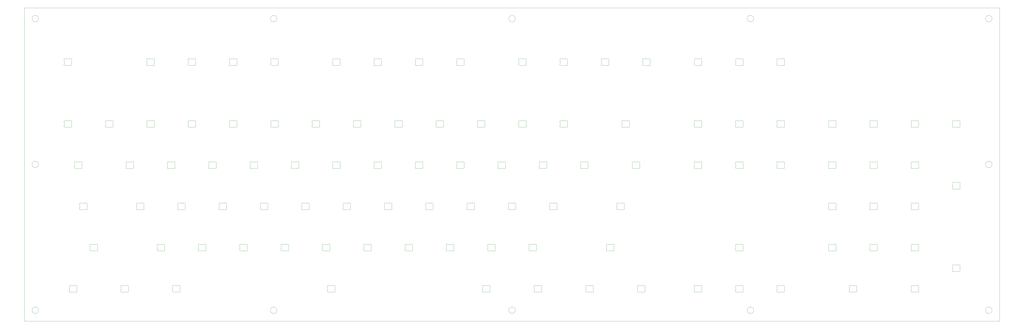
<source format=gbr>
%TF.GenerationSoftware,KiCad,Pcbnew,7.0.7*%
%TF.CreationDate,2024-02-20T17:11:52+02:00*%
%TF.ProjectId,keyboard,6b657962-6f61-4726-942e-6b696361645f,rev?*%
%TF.SameCoordinates,Original*%
%TF.FileFunction,Profile,NP*%
%FSLAX46Y46*%
G04 Gerber Fmt 4.6, Leading zero omitted, Abs format (unit mm)*
G04 Created by KiCad (PCBNEW 7.0.7) date 2024-02-20 17:11:52*
%MOMM*%
%LPD*%
G01*
G04 APERTURE LIST*
%TA.AperFunction,Profile*%
%ADD10C,0.100000*%
%TD*%
G04 APERTURE END LIST*
D10*
X460600000Y-154300000D02*
G75*
G03*
X460600000Y-154300000I-1500000J0D01*
G01*
X21025000Y-154300000D02*
G75*
G03*
X21025000Y-154300000I-1500000J0D01*
G01*
X240812500Y-154300000D02*
G75*
G03*
X240812500Y-154300000I-1500000J0D01*
G01*
X460600000Y-86912500D02*
G75*
G03*
X460600000Y-86912500I-1500000J0D01*
G01*
X21025000Y-19525000D02*
G75*
G03*
X21025000Y-19525000I-1500000J0D01*
G01*
X21025000Y-86912500D02*
G75*
G03*
X21025000Y-86912500I-1500000J0D01*
G01*
X130918750Y-154300000D02*
G75*
G03*
X130918750Y-154300000I-1500000J0D01*
G01*
X130918750Y-19525000D02*
G75*
G03*
X130918750Y-19525000I-1500000J0D01*
G01*
X14525000Y-14525000D02*
X14525000Y-159300000D01*
X350706250Y-154300000D02*
G75*
G03*
X350706250Y-154300000I-1500000J0D01*
G01*
X14525000Y-14525000D02*
X464100000Y-14525000D01*
X14525000Y-159300000D02*
X464100000Y-159300000D01*
X464100000Y-14525000D02*
X464100000Y-159300000D01*
X460600000Y-19525000D02*
G75*
G03*
X460600000Y-19525000I-1500000J0D01*
G01*
X350706250Y-19525000D02*
G75*
G03*
X350706250Y-19525000I-1500000J0D01*
G01*
X240812500Y-19525000D02*
G75*
G03*
X240812500Y-19525000I-1500000J0D01*
G01*
%TO.C,L66*%
X180462501Y-106982842D02*
X180462501Y-105577158D01*
X181368048Y-104780000D02*
X182956952Y-104780000D01*
X182956952Y-107779999D02*
X181368047Y-107779999D01*
X183862499Y-105577158D02*
X183862499Y-106982842D01*
X180462500Y-105577158D02*
G75*
G03*
X180413015Y-105360280I-499989J2D01*
G01*
X181115789Y-104711701D02*
G75*
G03*
X180413017Y-105360281I-252259J-431700D01*
G01*
X180413016Y-107199720D02*
G75*
G03*
X180462501Y-106982843I-450505J216876D01*
G01*
X180413016Y-107199720D02*
G75*
G03*
X181115789Y-107848297I450515J-216877D01*
G01*
X181368047Y-107779999D02*
G75*
G03*
X181115789Y-107848298I3J-500009D01*
G01*
X181115789Y-104711701D02*
G75*
G03*
X181368048Y-104780000I252261J431710D01*
G01*
X183209211Y-107848299D02*
G75*
G03*
X182956953Y-107780000I-252261J-431711D01*
G01*
X182956952Y-104779999D02*
G75*
G03*
X183209210Y-104711701I-2J500009D01*
G01*
X183911981Y-105360278D02*
G75*
G03*
X183209211Y-104711704I-450511J216878D01*
G01*
X183911982Y-105360279D02*
G75*
G03*
X183862499Y-105577157I450548J-216881D01*
G01*
X183209211Y-107848299D02*
G75*
G03*
X183911983Y-107199720I252259J431699D01*
G01*
X183862499Y-106982842D02*
G75*
G03*
X183911984Y-107199720I499301J-158D01*
G01*
%TO.C,L63*%
X123312501Y-106982842D02*
X123312501Y-105577158D01*
X124218048Y-104780000D02*
X125806952Y-104780000D01*
X125806952Y-107779999D02*
X124218047Y-107779999D01*
X126712499Y-105577158D02*
X126712499Y-106982842D01*
X123312500Y-105577158D02*
G75*
G03*
X123263015Y-105360280I-499989J2D01*
G01*
X123965789Y-104711701D02*
G75*
G03*
X123263017Y-105360281I-252259J-431700D01*
G01*
X123263016Y-107199720D02*
G75*
G03*
X123312501Y-106982843I-450505J216876D01*
G01*
X123263016Y-107199720D02*
G75*
G03*
X123965789Y-107848297I450515J-216877D01*
G01*
X124218047Y-107779999D02*
G75*
G03*
X123965789Y-107848298I3J-500009D01*
G01*
X123965789Y-104711701D02*
G75*
G03*
X124218048Y-104780000I252261J431710D01*
G01*
X126059211Y-107848299D02*
G75*
G03*
X125806953Y-107780000I-252261J-431711D01*
G01*
X125806952Y-104779999D02*
G75*
G03*
X126059210Y-104711701I-2J500009D01*
G01*
X126761981Y-105360278D02*
G75*
G03*
X126059211Y-104711704I-450511J216878D01*
G01*
X126761982Y-105360279D02*
G75*
G03*
X126712499Y-105577157I450548J-216881D01*
G01*
X126059211Y-107848299D02*
G75*
G03*
X126761983Y-107199720I252259J431699D01*
G01*
X126712499Y-106982842D02*
G75*
G03*
X126761984Y-107199720I499301J-158D01*
G01*
%TO.C,L99*%
X297143801Y-145082842D02*
X297143801Y-143677158D01*
X298049348Y-142880000D02*
X299638252Y-142880000D01*
X299638252Y-145879999D02*
X298049347Y-145879999D01*
X300543799Y-143677158D02*
X300543799Y-145082842D01*
X297143800Y-143677158D02*
G75*
G03*
X297094315Y-143460280I-499989J2D01*
G01*
X297797089Y-142811701D02*
G75*
G03*
X297094317Y-143460281I-252259J-431700D01*
G01*
X297094316Y-145299720D02*
G75*
G03*
X297143801Y-145082843I-450505J216876D01*
G01*
X297094316Y-145299720D02*
G75*
G03*
X297797089Y-145948297I450515J-216877D01*
G01*
X298049347Y-145879999D02*
G75*
G03*
X297797089Y-145948298I3J-500009D01*
G01*
X297797089Y-142811701D02*
G75*
G03*
X298049348Y-142880000I252261J431710D01*
G01*
X299890511Y-145948299D02*
G75*
G03*
X299638253Y-145880000I-252261J-431711D01*
G01*
X299638252Y-142879999D02*
G75*
G03*
X299890510Y-142811701I-2J500009D01*
G01*
X300593281Y-143460278D02*
G75*
G03*
X299890511Y-142811704I-450511J216878D01*
G01*
X300593282Y-143460279D02*
G75*
G03*
X300543799Y-143677157I450548J-216881D01*
G01*
X299890511Y-145948299D02*
G75*
G03*
X300593283Y-145299720I252259J431699D01*
G01*
X300543799Y-145082842D02*
G75*
G03*
X300593284Y-145299720I499301J-158D01*
G01*
%TO.C,L29*%
X261425001Y-68882842D02*
X261425001Y-67477158D01*
X262330548Y-66680000D02*
X263919452Y-66680000D01*
X263919452Y-69679999D02*
X262330547Y-69679999D01*
X264824999Y-67477158D02*
X264824999Y-68882842D01*
X261425000Y-67477158D02*
G75*
G03*
X261375515Y-67260280I-499989J2D01*
G01*
X262078289Y-66611701D02*
G75*
G03*
X261375517Y-67260281I-252259J-431700D01*
G01*
X261375516Y-69099720D02*
G75*
G03*
X261425001Y-68882843I-450505J216876D01*
G01*
X261375516Y-69099720D02*
G75*
G03*
X262078289Y-69748297I450515J-216877D01*
G01*
X262330547Y-69679999D02*
G75*
G03*
X262078289Y-69748298I3J-500009D01*
G01*
X262078289Y-66611701D02*
G75*
G03*
X262330548Y-66680000I252261J431710D01*
G01*
X264171711Y-69748299D02*
G75*
G03*
X263919453Y-69680000I-252261J-431711D01*
G01*
X263919452Y-66679999D02*
G75*
G03*
X264171710Y-66611701I-2J500009D01*
G01*
X264874481Y-67260278D02*
G75*
G03*
X264171711Y-66611704I-450511J216878D01*
G01*
X264874482Y-67260279D02*
G75*
G03*
X264824999Y-67477157I450548J-216881D01*
G01*
X264171711Y-69748299D02*
G75*
G03*
X264874483Y-69099720I252259J431699D01*
G01*
X264824999Y-68882842D02*
G75*
G03*
X264874484Y-69099720I499301J-158D01*
G01*
%TO.C,L76*%
X75687501Y-126032842D02*
X75687501Y-124627158D01*
X76593048Y-123830000D02*
X78181952Y-123830000D01*
X78181952Y-126829999D02*
X76593047Y-126829999D01*
X79087499Y-124627158D02*
X79087499Y-126032842D01*
X75687500Y-124627158D02*
G75*
G03*
X75638015Y-124410280I-499989J2D01*
G01*
X76340789Y-123761701D02*
G75*
G03*
X75638017Y-124410281I-252259J-431700D01*
G01*
X75638016Y-126249720D02*
G75*
G03*
X75687501Y-126032843I-450505J216876D01*
G01*
X75638016Y-126249720D02*
G75*
G03*
X76340789Y-126898297I450515J-216877D01*
G01*
X76593047Y-126829999D02*
G75*
G03*
X76340789Y-126898298I3J-500009D01*
G01*
X76340789Y-123761701D02*
G75*
G03*
X76593048Y-123830000I252261J431710D01*
G01*
X78434211Y-126898299D02*
G75*
G03*
X78181953Y-126830000I-252261J-431711D01*
G01*
X78181952Y-123829999D02*
G75*
G03*
X78434210Y-123761701I-2J500009D01*
G01*
X79136981Y-124410278D02*
G75*
G03*
X78434211Y-123761704I-450511J216878D01*
G01*
X79136982Y-124410279D02*
G75*
G03*
X79087499Y-124627157I450548J-216881D01*
G01*
X78434211Y-126898299D02*
G75*
G03*
X79136983Y-126249720I252259J431699D01*
G01*
X79087499Y-126032842D02*
G75*
G03*
X79136984Y-126249720I499301J-158D01*
G01*
%TO.C,L74*%
X423350001Y-106982842D02*
X423350001Y-105577158D01*
X424255548Y-104780000D02*
X425844452Y-104780000D01*
X425844452Y-107779999D02*
X424255547Y-107779999D01*
X426749999Y-105577158D02*
X426749999Y-106982842D01*
X423350000Y-105577158D02*
G75*
G03*
X423300515Y-105360280I-499989J2D01*
G01*
X424003289Y-104711701D02*
G75*
G03*
X423300517Y-105360281I-252259J-431700D01*
G01*
X423300516Y-107199720D02*
G75*
G03*
X423350001Y-106982843I-450505J216876D01*
G01*
X423300516Y-107199720D02*
G75*
G03*
X424003289Y-107848297I450515J-216877D01*
G01*
X424255547Y-107779999D02*
G75*
G03*
X424003289Y-107848298I3J-500009D01*
G01*
X424003289Y-104711701D02*
G75*
G03*
X424255548Y-104780000I252261J431710D01*
G01*
X426096711Y-107848299D02*
G75*
G03*
X425844453Y-107780000I-252261J-431711D01*
G01*
X425844452Y-104779999D02*
G75*
G03*
X426096710Y-104711701I-2J500009D01*
G01*
X426799481Y-105360278D02*
G75*
G03*
X426096711Y-104711704I-450511J216878D01*
G01*
X426799482Y-105360279D02*
G75*
G03*
X426749999Y-105577157I450548J-216881D01*
G01*
X426096711Y-107848299D02*
G75*
G03*
X426799483Y-107199720I252259J431699D01*
G01*
X426749999Y-106982842D02*
G75*
G03*
X426799484Y-107199720I499301J-158D01*
G01*
%TO.C,L83*%
X209037501Y-126032842D02*
X209037501Y-124627158D01*
X209943048Y-123830000D02*
X211531952Y-123830000D01*
X211531952Y-126829999D02*
X209943047Y-126829999D01*
X212437499Y-124627158D02*
X212437499Y-126032842D01*
X209037500Y-124627158D02*
G75*
G03*
X208988015Y-124410280I-499989J2D01*
G01*
X209690789Y-123761701D02*
G75*
G03*
X208988017Y-124410281I-252259J-431700D01*
G01*
X208988016Y-126249720D02*
G75*
G03*
X209037501Y-126032843I-450505J216876D01*
G01*
X208988016Y-126249720D02*
G75*
G03*
X209690789Y-126898297I450515J-216877D01*
G01*
X209943047Y-126829999D02*
G75*
G03*
X209690789Y-126898298I3J-500009D01*
G01*
X209690789Y-123761701D02*
G75*
G03*
X209943048Y-123830000I252261J431710D01*
G01*
X211784211Y-126898299D02*
G75*
G03*
X211531953Y-126830000I-252261J-431711D01*
G01*
X211531952Y-123829999D02*
G75*
G03*
X211784210Y-123761701I-2J500009D01*
G01*
X212486981Y-124410278D02*
G75*
G03*
X211784211Y-123761704I-450511J216878D01*
G01*
X212486982Y-124410279D02*
G75*
G03*
X212437499Y-124627157I450548J-216881D01*
G01*
X211784211Y-126898299D02*
G75*
G03*
X212486983Y-126249720I252259J431699D01*
G01*
X212437499Y-126032842D02*
G75*
G03*
X212486984Y-126249720I499301J-158D01*
G01*
%TO.C,L42*%
X118550001Y-87932842D02*
X118550001Y-86527158D01*
X119455548Y-85730000D02*
X121044452Y-85730000D01*
X121044452Y-88729999D02*
X119455547Y-88729999D01*
X121949999Y-86527158D02*
X121949999Y-87932842D01*
X118550000Y-86527158D02*
G75*
G03*
X118500515Y-86310280I-499989J2D01*
G01*
X119203289Y-85661701D02*
G75*
G03*
X118500517Y-86310281I-252259J-431700D01*
G01*
X118500516Y-88149720D02*
G75*
G03*
X118550001Y-87932843I-450505J216876D01*
G01*
X118500516Y-88149720D02*
G75*
G03*
X119203289Y-88798297I450515J-216877D01*
G01*
X119455547Y-88729999D02*
G75*
G03*
X119203289Y-88798298I3J-500009D01*
G01*
X119203289Y-85661701D02*
G75*
G03*
X119455548Y-85730000I252261J431710D01*
G01*
X121296711Y-88798299D02*
G75*
G03*
X121044453Y-88730000I-252261J-431711D01*
G01*
X121044452Y-85729999D02*
G75*
G03*
X121296710Y-85661701I-2J500009D01*
G01*
X121999481Y-86310278D02*
G75*
G03*
X121296711Y-85661704I-450511J216878D01*
G01*
X121999482Y-86310279D02*
G75*
G03*
X121949999Y-86527157I450548J-216881D01*
G01*
X121296711Y-88798299D02*
G75*
G03*
X121999483Y-88149720I252259J431699D01*
G01*
X121949999Y-87932842D02*
G75*
G03*
X121999484Y-88149720I499301J-158D01*
G01*
%TO.C,L33*%
X361437501Y-68882842D02*
X361437501Y-67477158D01*
X362343048Y-66680000D02*
X363931952Y-66680000D01*
X363931952Y-69679999D02*
X362343047Y-69679999D01*
X364837499Y-67477158D02*
X364837499Y-68882842D01*
X361437500Y-67477158D02*
G75*
G03*
X361388015Y-67260280I-499989J2D01*
G01*
X362090789Y-66611701D02*
G75*
G03*
X361388017Y-67260281I-252259J-431700D01*
G01*
X361388016Y-69099720D02*
G75*
G03*
X361437501Y-68882843I-450505J216876D01*
G01*
X361388016Y-69099720D02*
G75*
G03*
X362090789Y-69748297I450515J-216877D01*
G01*
X362343047Y-69679999D02*
G75*
G03*
X362090789Y-69748298I3J-500009D01*
G01*
X362090789Y-66611701D02*
G75*
G03*
X362343048Y-66680000I252261J431710D01*
G01*
X364184211Y-69748299D02*
G75*
G03*
X363931953Y-69680000I-252261J-431711D01*
G01*
X363931952Y-66679999D02*
G75*
G03*
X364184210Y-66611701I-2J500009D01*
G01*
X364886981Y-67260278D02*
G75*
G03*
X364184211Y-66611704I-450511J216878D01*
G01*
X364886982Y-67260279D02*
G75*
G03*
X364837499Y-67477157I450548J-216881D01*
G01*
X364184211Y-69748299D02*
G75*
G03*
X364886983Y-69099720I252259J431699D01*
G01*
X364837499Y-68882842D02*
G75*
G03*
X364886984Y-69099720I499301J-158D01*
G01*
%TO.C,L6*%
X156650001Y-40307842D02*
X156650001Y-38902158D01*
X157555548Y-38105000D02*
X159144452Y-38105000D01*
X159144452Y-41104999D02*
X157555547Y-41104999D01*
X160049999Y-38902158D02*
X160049999Y-40307842D01*
X156650000Y-38902158D02*
G75*
G03*
X156600515Y-38685280I-499989J2D01*
G01*
X157303289Y-38036701D02*
G75*
G03*
X156600517Y-38685281I-252259J-431700D01*
G01*
X156600516Y-40524720D02*
G75*
G03*
X156650001Y-40307843I-450505J216876D01*
G01*
X156600516Y-40524720D02*
G75*
G03*
X157303289Y-41173297I450515J-216877D01*
G01*
X157555547Y-41104999D02*
G75*
G03*
X157303289Y-41173298I3J-500009D01*
G01*
X157303289Y-38036701D02*
G75*
G03*
X157555548Y-38105000I252261J431710D01*
G01*
X159396711Y-41173299D02*
G75*
G03*
X159144453Y-41105000I-252261J-431711D01*
G01*
X159144452Y-38104999D02*
G75*
G03*
X159396710Y-38036701I-2J500009D01*
G01*
X160099481Y-38685278D02*
G75*
G03*
X159396711Y-38036704I-450511J216878D01*
G01*
X160099482Y-38685279D02*
G75*
G03*
X160049999Y-38902157I450548J-216881D01*
G01*
X159396711Y-41173299D02*
G75*
G03*
X160099483Y-40524720I252259J431699D01*
G01*
X160049999Y-40307842D02*
G75*
G03*
X160099484Y-40524720I499301J-158D01*
G01*
%TO.C,L43*%
X137600001Y-87932842D02*
X137600001Y-86527158D01*
X138505548Y-85730000D02*
X140094452Y-85730000D01*
X140094452Y-88729999D02*
X138505547Y-88729999D01*
X140999999Y-86527158D02*
X140999999Y-87932842D01*
X137600000Y-86527158D02*
G75*
G03*
X137550515Y-86310280I-499989J2D01*
G01*
X138253289Y-85661701D02*
G75*
G03*
X137550517Y-86310281I-252259J-431700D01*
G01*
X137550516Y-88149720D02*
G75*
G03*
X137600001Y-87932843I-450505J216876D01*
G01*
X137550516Y-88149720D02*
G75*
G03*
X138253289Y-88798297I450515J-216877D01*
G01*
X138505547Y-88729999D02*
G75*
G03*
X138253289Y-88798298I3J-500009D01*
G01*
X138253289Y-85661701D02*
G75*
G03*
X138505548Y-85730000I252261J431710D01*
G01*
X140346711Y-88798299D02*
G75*
G03*
X140094453Y-88730000I-252261J-431711D01*
G01*
X140094452Y-85729999D02*
G75*
G03*
X140346710Y-85661701I-2J500009D01*
G01*
X141049481Y-86310278D02*
G75*
G03*
X140346711Y-85661704I-450511J216878D01*
G01*
X141049482Y-86310279D02*
G75*
G03*
X140999999Y-86527157I450548J-216881D01*
G01*
X140346711Y-88798299D02*
G75*
G03*
X141049483Y-88149720I252259J431699D01*
G01*
X140999999Y-87932842D02*
G75*
G03*
X141049484Y-88149720I499301J-158D01*
G01*
%TO.C,L23*%
X147125001Y-68882842D02*
X147125001Y-67477158D01*
X148030548Y-66680000D02*
X149619452Y-66680000D01*
X149619452Y-69679999D02*
X148030547Y-69679999D01*
X150524999Y-67477158D02*
X150524999Y-68882842D01*
X147125000Y-67477158D02*
G75*
G03*
X147075515Y-67260280I-499989J2D01*
G01*
X147778289Y-66611701D02*
G75*
G03*
X147075517Y-67260281I-252259J-431700D01*
G01*
X147075516Y-69099720D02*
G75*
G03*
X147125001Y-68882843I-450505J216876D01*
G01*
X147075516Y-69099720D02*
G75*
G03*
X147778289Y-69748297I450515J-216877D01*
G01*
X148030547Y-69679999D02*
G75*
G03*
X147778289Y-69748298I3J-500009D01*
G01*
X147778289Y-66611701D02*
G75*
G03*
X148030548Y-66680000I252261J431710D01*
G01*
X149871711Y-69748299D02*
G75*
G03*
X149619453Y-69680000I-252261J-431711D01*
G01*
X149619452Y-66679999D02*
G75*
G03*
X149871710Y-66611701I-2J500009D01*
G01*
X150574481Y-67260278D02*
G75*
G03*
X149871711Y-66611704I-450511J216878D01*
G01*
X150574482Y-67260279D02*
G75*
G03*
X150524999Y-67477157I450548J-216881D01*
G01*
X149871711Y-69748299D02*
G75*
G03*
X150574483Y-69099720I252259J431699D01*
G01*
X150524999Y-68882842D02*
G75*
G03*
X150574484Y-69099720I499301J-158D01*
G01*
%TO.C,L54*%
X361437501Y-87932842D02*
X361437501Y-86527158D01*
X362343048Y-85730000D02*
X363931952Y-85730000D01*
X363931952Y-88729999D02*
X362343047Y-88729999D01*
X364837499Y-86527158D02*
X364837499Y-87932842D01*
X361437500Y-86527158D02*
G75*
G03*
X361388015Y-86310280I-499989J2D01*
G01*
X362090789Y-85661701D02*
G75*
G03*
X361388017Y-86310281I-252259J-431700D01*
G01*
X361388016Y-88149720D02*
G75*
G03*
X361437501Y-87932843I-450505J216876D01*
G01*
X361388016Y-88149720D02*
G75*
G03*
X362090789Y-88798297I450515J-216877D01*
G01*
X362343047Y-88729999D02*
G75*
G03*
X362090789Y-88798298I3J-500009D01*
G01*
X362090789Y-85661701D02*
G75*
G03*
X362343048Y-85730000I252261J431710D01*
G01*
X364184211Y-88798299D02*
G75*
G03*
X363931953Y-88730000I-252261J-431711D01*
G01*
X363931952Y-85729999D02*
G75*
G03*
X364184210Y-85661701I-2J500009D01*
G01*
X364886981Y-86310278D02*
G75*
G03*
X364184211Y-85661704I-450511J216878D01*
G01*
X364886982Y-86310279D02*
G75*
G03*
X364837499Y-86527157I450548J-216881D01*
G01*
X364184211Y-88798299D02*
G75*
G03*
X364886983Y-88149720I252259J431699D01*
G01*
X364837499Y-87932842D02*
G75*
G03*
X364886984Y-88149720I499301J-158D01*
G01*
%TO.C,L2*%
X70925001Y-40307842D02*
X70925001Y-38902158D01*
X71830548Y-38105000D02*
X73419452Y-38105000D01*
X73419452Y-41104999D02*
X71830547Y-41104999D01*
X74324999Y-38902158D02*
X74324999Y-40307842D01*
X70925000Y-38902158D02*
G75*
G03*
X70875515Y-38685280I-499989J2D01*
G01*
X71578289Y-38036701D02*
G75*
G03*
X70875517Y-38685281I-252259J-431700D01*
G01*
X70875516Y-40524720D02*
G75*
G03*
X70925001Y-40307843I-450505J216876D01*
G01*
X70875516Y-40524720D02*
G75*
G03*
X71578289Y-41173297I450515J-216877D01*
G01*
X71830547Y-41104999D02*
G75*
G03*
X71578289Y-41173298I3J-500009D01*
G01*
X71578289Y-38036701D02*
G75*
G03*
X71830548Y-38105000I252261J431710D01*
G01*
X73671711Y-41173299D02*
G75*
G03*
X73419453Y-41105000I-252261J-431711D01*
G01*
X73419452Y-38104999D02*
G75*
G03*
X73671710Y-38036701I-2J500009D01*
G01*
X74374481Y-38685278D02*
G75*
G03*
X73671711Y-38036704I-450511J216878D01*
G01*
X74374482Y-38685279D02*
G75*
G03*
X74324999Y-38902157I450548J-216881D01*
G01*
X73671711Y-41173299D02*
G75*
G03*
X74374483Y-40524720I252259J431699D01*
G01*
X74324999Y-40307842D02*
G75*
G03*
X74374484Y-40524720I499301J-158D01*
G01*
%TO.C,L61*%
X85212501Y-106982842D02*
X85212501Y-105577158D01*
X86118048Y-104780000D02*
X87706952Y-104780000D01*
X87706952Y-107779999D02*
X86118047Y-107779999D01*
X88612499Y-105577158D02*
X88612499Y-106982842D01*
X85212500Y-105577158D02*
G75*
G03*
X85163015Y-105360280I-499989J2D01*
G01*
X85865789Y-104711701D02*
G75*
G03*
X85163017Y-105360281I-252259J-431700D01*
G01*
X85163016Y-107199720D02*
G75*
G03*
X85212501Y-106982843I-450505J216876D01*
G01*
X85163016Y-107199720D02*
G75*
G03*
X85865789Y-107848297I450515J-216877D01*
G01*
X86118047Y-107779999D02*
G75*
G03*
X85865789Y-107848298I3J-500009D01*
G01*
X85865789Y-104711701D02*
G75*
G03*
X86118048Y-104780000I252261J431710D01*
G01*
X87959211Y-107848299D02*
G75*
G03*
X87706953Y-107780000I-252261J-431711D01*
G01*
X87706952Y-104779999D02*
G75*
G03*
X87959210Y-104711701I-2J500009D01*
G01*
X88661981Y-105360278D02*
G75*
G03*
X87959211Y-104711704I-450511J216878D01*
G01*
X88661982Y-105360279D02*
G75*
G03*
X88612499Y-105577157I450548J-216881D01*
G01*
X87959211Y-107848299D02*
G75*
G03*
X88661983Y-107199720I252259J431699D01*
G01*
X88612499Y-106982842D02*
G75*
G03*
X88661984Y-107199720I499301J-158D01*
G01*
%TO.C,L88*%
X385250001Y-126032842D02*
X385250001Y-124627158D01*
X386155548Y-123830000D02*
X387744452Y-123830000D01*
X387744452Y-126829999D02*
X386155547Y-126829999D01*
X388649999Y-124627158D02*
X388649999Y-126032842D01*
X385250000Y-124627158D02*
G75*
G03*
X385200515Y-124410280I-499989J2D01*
G01*
X385903289Y-123761701D02*
G75*
G03*
X385200517Y-124410281I-252259J-431700D01*
G01*
X385200516Y-126249720D02*
G75*
G03*
X385250001Y-126032843I-450505J216876D01*
G01*
X385200516Y-126249720D02*
G75*
G03*
X385903289Y-126898297I450515J-216877D01*
G01*
X386155547Y-126829999D02*
G75*
G03*
X385903289Y-126898298I3J-500009D01*
G01*
X385903289Y-123761701D02*
G75*
G03*
X386155548Y-123830000I252261J431710D01*
G01*
X387996711Y-126898299D02*
G75*
G03*
X387744453Y-126830000I-252261J-431711D01*
G01*
X387744452Y-123829999D02*
G75*
G03*
X387996710Y-123761701I-2J500009D01*
G01*
X388699481Y-124410278D02*
G75*
G03*
X387996711Y-123761704I-450511J216878D01*
G01*
X388699482Y-124410279D02*
G75*
G03*
X388649999Y-124627157I450548J-216881D01*
G01*
X387996711Y-126898299D02*
G75*
G03*
X388699483Y-126249720I252259J431699D01*
G01*
X388649999Y-126032842D02*
G75*
G03*
X388699484Y-126249720I499301J-158D01*
G01*
%TO.C,L81*%
X170937501Y-126032842D02*
X170937501Y-124627158D01*
X171843048Y-123830000D02*
X173431952Y-123830000D01*
X173431952Y-126829999D02*
X171843047Y-126829999D01*
X174337499Y-124627158D02*
X174337499Y-126032842D01*
X170937500Y-124627158D02*
G75*
G03*
X170888015Y-124410280I-499989J2D01*
G01*
X171590789Y-123761701D02*
G75*
G03*
X170888017Y-124410281I-252259J-431700D01*
G01*
X170888016Y-126249720D02*
G75*
G03*
X170937501Y-126032843I-450505J216876D01*
G01*
X170888016Y-126249720D02*
G75*
G03*
X171590789Y-126898297I450515J-216877D01*
G01*
X171843047Y-126829999D02*
G75*
G03*
X171590789Y-126898298I3J-500009D01*
G01*
X171590789Y-123761701D02*
G75*
G03*
X171843048Y-123830000I252261J431710D01*
G01*
X173684211Y-126898299D02*
G75*
G03*
X173431953Y-126830000I-252261J-431711D01*
G01*
X173431952Y-123829999D02*
G75*
G03*
X173684210Y-123761701I-2J500009D01*
G01*
X174386981Y-124410278D02*
G75*
G03*
X173684211Y-123761704I-450511J216878D01*
G01*
X174386982Y-124410279D02*
G75*
G03*
X174337499Y-124627157I450548J-216881D01*
G01*
X173684211Y-126898299D02*
G75*
G03*
X174386983Y-126249720I252259J431699D01*
G01*
X174337499Y-126032842D02*
G75*
G03*
X174386984Y-126249720I499301J-158D01*
G01*
%TO.C,L86*%
X282856301Y-126032842D02*
X282856301Y-124627158D01*
X283761848Y-123830000D02*
X285350752Y-123830000D01*
X285350752Y-126829999D02*
X283761847Y-126829999D01*
X286256299Y-124627158D02*
X286256299Y-126032842D01*
X282856300Y-124627158D02*
G75*
G03*
X282806815Y-124410280I-499989J2D01*
G01*
X283509589Y-123761701D02*
G75*
G03*
X282806817Y-124410281I-252259J-431700D01*
G01*
X282806816Y-126249720D02*
G75*
G03*
X282856301Y-126032843I-450505J216876D01*
G01*
X282806816Y-126249720D02*
G75*
G03*
X283509589Y-126898297I450515J-216877D01*
G01*
X283761847Y-126829999D02*
G75*
G03*
X283509589Y-126898298I3J-500009D01*
G01*
X283509589Y-123761701D02*
G75*
G03*
X283761848Y-123830000I252261J431710D01*
G01*
X285603011Y-126898299D02*
G75*
G03*
X285350753Y-126830000I-252261J-431711D01*
G01*
X285350752Y-123829999D02*
G75*
G03*
X285603010Y-123761701I-2J500009D01*
G01*
X286305781Y-124410278D02*
G75*
G03*
X285603011Y-123761704I-450511J216878D01*
G01*
X286305782Y-124410279D02*
G75*
G03*
X286256299Y-124627157I450548J-216881D01*
G01*
X285603011Y-126898299D02*
G75*
G03*
X286305783Y-126249720I252259J431699D01*
G01*
X286256299Y-126032842D02*
G75*
G03*
X286305784Y-126249720I499301J-158D01*
G01*
%TO.C,L64*%
X142362501Y-106982842D02*
X142362501Y-105577158D01*
X143268048Y-104780000D02*
X144856952Y-104780000D01*
X144856952Y-107779999D02*
X143268047Y-107779999D01*
X145762499Y-105577158D02*
X145762499Y-106982842D01*
X142362500Y-105577158D02*
G75*
G03*
X142313015Y-105360280I-499989J2D01*
G01*
X143015789Y-104711701D02*
G75*
G03*
X142313017Y-105360281I-252259J-431700D01*
G01*
X142313016Y-107199720D02*
G75*
G03*
X142362501Y-106982843I-450505J216876D01*
G01*
X142313016Y-107199720D02*
G75*
G03*
X143015789Y-107848297I450515J-216877D01*
G01*
X143268047Y-107779999D02*
G75*
G03*
X143015789Y-107848298I3J-500009D01*
G01*
X143015789Y-104711701D02*
G75*
G03*
X143268048Y-104780000I252261J431710D01*
G01*
X145109211Y-107848299D02*
G75*
G03*
X144856953Y-107780000I-252261J-431711D01*
G01*
X144856952Y-104779999D02*
G75*
G03*
X145109210Y-104711701I-2J500009D01*
G01*
X145811981Y-105360278D02*
G75*
G03*
X145109211Y-104711704I-450511J216878D01*
G01*
X145811982Y-105360279D02*
G75*
G03*
X145762499Y-105577157I450548J-216881D01*
G01*
X145109211Y-107848299D02*
G75*
G03*
X145811983Y-107199720I252259J431699D01*
G01*
X145762499Y-106982842D02*
G75*
G03*
X145811984Y-107199720I499301J-158D01*
G01*
%TO.C,L98*%
X273331301Y-145082842D02*
X273331301Y-143677158D01*
X274236848Y-142880000D02*
X275825752Y-142880000D01*
X275825752Y-145879999D02*
X274236847Y-145879999D01*
X276731299Y-143677158D02*
X276731299Y-145082842D01*
X273331300Y-143677158D02*
G75*
G03*
X273281815Y-143460280I-499989J2D01*
G01*
X273984589Y-142811701D02*
G75*
G03*
X273281817Y-143460281I-252259J-431700D01*
G01*
X273281816Y-145299720D02*
G75*
G03*
X273331301Y-145082843I-450505J216876D01*
G01*
X273281816Y-145299720D02*
G75*
G03*
X273984589Y-145948297I450515J-216877D01*
G01*
X274236847Y-145879999D02*
G75*
G03*
X273984589Y-145948298I3J-500009D01*
G01*
X273984589Y-142811701D02*
G75*
G03*
X274236848Y-142880000I252261J431710D01*
G01*
X276078011Y-145948299D02*
G75*
G03*
X275825753Y-145880000I-252261J-431711D01*
G01*
X275825752Y-142879999D02*
G75*
G03*
X276078010Y-142811701I-2J500009D01*
G01*
X276780781Y-143460278D02*
G75*
G03*
X276078011Y-142811704I-450511J216878D01*
G01*
X276780782Y-143460279D02*
G75*
G03*
X276731299Y-143677157I450548J-216881D01*
G01*
X276078011Y-145948299D02*
G75*
G03*
X276780783Y-145299720I252259J431699D01*
G01*
X276731299Y-145082842D02*
G75*
G03*
X276780784Y-145299720I499301J-158D01*
G01*
%TO.C,L91*%
X442400001Y-135557842D02*
X442400001Y-134152158D01*
X443305548Y-133355000D02*
X444894452Y-133355000D01*
X444894452Y-136354999D02*
X443305547Y-136354999D01*
X445799999Y-134152158D02*
X445799999Y-135557842D01*
X442400000Y-134152158D02*
G75*
G03*
X442350515Y-133935280I-499989J2D01*
G01*
X443053289Y-133286701D02*
G75*
G03*
X442350517Y-133935281I-252259J-431700D01*
G01*
X442350516Y-135774720D02*
G75*
G03*
X442400001Y-135557843I-450505J216876D01*
G01*
X442350516Y-135774720D02*
G75*
G03*
X443053289Y-136423297I450515J-216877D01*
G01*
X443305547Y-136354999D02*
G75*
G03*
X443053289Y-136423298I3J-500009D01*
G01*
X443053289Y-133286701D02*
G75*
G03*
X443305548Y-133355000I252261J431710D01*
G01*
X445146711Y-136423299D02*
G75*
G03*
X444894453Y-136355000I-252261J-431711D01*
G01*
X444894452Y-133354999D02*
G75*
G03*
X445146710Y-133286701I-2J500009D01*
G01*
X445849481Y-133935278D02*
G75*
G03*
X445146711Y-133286704I-450511J216878D01*
G01*
X445849482Y-133935279D02*
G75*
G03*
X445799999Y-134152157I450548J-216881D01*
G01*
X445146711Y-136423299D02*
G75*
G03*
X445849483Y-135774720I252259J431699D01*
G01*
X445799999Y-135557842D02*
G75*
G03*
X445849484Y-135774720I499301J-158D01*
G01*
%TO.C,L21*%
X109025001Y-68882842D02*
X109025001Y-67477158D01*
X109930548Y-66680000D02*
X111519452Y-66680000D01*
X111519452Y-69679999D02*
X109930547Y-69679999D01*
X112424999Y-67477158D02*
X112424999Y-68882842D01*
X109025000Y-67477158D02*
G75*
G03*
X108975515Y-67260280I-499989J2D01*
G01*
X109678289Y-66611701D02*
G75*
G03*
X108975517Y-67260281I-252259J-431700D01*
G01*
X108975516Y-69099720D02*
G75*
G03*
X109025001Y-68882843I-450505J216876D01*
G01*
X108975516Y-69099720D02*
G75*
G03*
X109678289Y-69748297I450515J-216877D01*
G01*
X109930547Y-69679999D02*
G75*
G03*
X109678289Y-69748298I3J-500009D01*
G01*
X109678289Y-66611701D02*
G75*
G03*
X109930548Y-66680000I252261J431710D01*
G01*
X111771711Y-69748299D02*
G75*
G03*
X111519453Y-69680000I-252261J-431711D01*
G01*
X111519452Y-66679999D02*
G75*
G03*
X111771710Y-66611701I-2J500009D01*
G01*
X112474481Y-67260278D02*
G75*
G03*
X111771711Y-66611704I-450511J216878D01*
G01*
X112474482Y-67260279D02*
G75*
G03*
X112424999Y-67477157I450548J-216881D01*
G01*
X111771711Y-69748299D02*
G75*
G03*
X112474483Y-69099720I252259J431699D01*
G01*
X112424999Y-68882842D02*
G75*
G03*
X112474484Y-69099720I499301J-158D01*
G01*
%TO.C,L95*%
X154268801Y-145082842D02*
X154268801Y-143677158D01*
X155174348Y-142880000D02*
X156763252Y-142880000D01*
X156763252Y-145879999D02*
X155174347Y-145879999D01*
X157668799Y-143677158D02*
X157668799Y-145082842D01*
X154268800Y-143677158D02*
G75*
G03*
X154219315Y-143460280I-499989J2D01*
G01*
X154922089Y-142811701D02*
G75*
G03*
X154219317Y-143460281I-252259J-431700D01*
G01*
X154219316Y-145299720D02*
G75*
G03*
X154268801Y-145082843I-450505J216876D01*
G01*
X154219316Y-145299720D02*
G75*
G03*
X154922089Y-145948297I450515J-216877D01*
G01*
X155174347Y-145879999D02*
G75*
G03*
X154922089Y-145948298I3J-500009D01*
G01*
X154922089Y-142811701D02*
G75*
G03*
X155174348Y-142880000I252261J431710D01*
G01*
X157015511Y-145948299D02*
G75*
G03*
X156763253Y-145880000I-252261J-431711D01*
G01*
X156763252Y-142879999D02*
G75*
G03*
X157015510Y-142811701I-2J500009D01*
G01*
X157718281Y-143460278D02*
G75*
G03*
X157015511Y-142811704I-450511J216878D01*
G01*
X157718282Y-143460279D02*
G75*
G03*
X157668799Y-143677157I450548J-216881D01*
G01*
X157015511Y-145948299D02*
G75*
G03*
X157718283Y-145299720I252259J431699D01*
G01*
X157668799Y-145082842D02*
G75*
G03*
X157718284Y-145299720I499301J-158D01*
G01*
%TO.C,L41*%
X99500001Y-87932842D02*
X99500001Y-86527158D01*
X100405548Y-85730000D02*
X101994452Y-85730000D01*
X101994452Y-88729999D02*
X100405547Y-88729999D01*
X102899999Y-86527158D02*
X102899999Y-87932842D01*
X99500000Y-86527158D02*
G75*
G03*
X99450515Y-86310280I-499989J2D01*
G01*
X100153289Y-85661701D02*
G75*
G03*
X99450517Y-86310281I-252259J-431700D01*
G01*
X99450516Y-88149720D02*
G75*
G03*
X99500001Y-87932843I-450505J216876D01*
G01*
X99450516Y-88149720D02*
G75*
G03*
X100153289Y-88798297I450515J-216877D01*
G01*
X100405547Y-88729999D02*
G75*
G03*
X100153289Y-88798298I3J-500009D01*
G01*
X100153289Y-85661701D02*
G75*
G03*
X100405548Y-85730000I252261J431710D01*
G01*
X102246711Y-88798299D02*
G75*
G03*
X101994453Y-88730000I-252261J-431711D01*
G01*
X101994452Y-85729999D02*
G75*
G03*
X102246710Y-85661701I-2J500009D01*
G01*
X102949481Y-86310278D02*
G75*
G03*
X102246711Y-85661704I-450511J216878D01*
G01*
X102949482Y-86310279D02*
G75*
G03*
X102899999Y-86527157I450548J-216881D01*
G01*
X102246711Y-88798299D02*
G75*
G03*
X102949483Y-88149720I252259J431699D01*
G01*
X102899999Y-87932842D02*
G75*
G03*
X102949484Y-88149720I499301J-158D01*
G01*
%TO.C,L65*%
X161412501Y-106982842D02*
X161412501Y-105577158D01*
X162318048Y-104780000D02*
X163906952Y-104780000D01*
X163906952Y-107779999D02*
X162318047Y-107779999D01*
X164812499Y-105577158D02*
X164812499Y-106982842D01*
X161412500Y-105577158D02*
G75*
G03*
X161363015Y-105360280I-499989J2D01*
G01*
X162065789Y-104711701D02*
G75*
G03*
X161363017Y-105360281I-252259J-431700D01*
G01*
X161363016Y-107199720D02*
G75*
G03*
X161412501Y-106982843I-450505J216876D01*
G01*
X161363016Y-107199720D02*
G75*
G03*
X162065789Y-107848297I450515J-216877D01*
G01*
X162318047Y-107779999D02*
G75*
G03*
X162065789Y-107848298I3J-500009D01*
G01*
X162065789Y-104711701D02*
G75*
G03*
X162318048Y-104780000I252261J431710D01*
G01*
X164159211Y-107848299D02*
G75*
G03*
X163906953Y-107780000I-252261J-431711D01*
G01*
X163906952Y-104779999D02*
G75*
G03*
X164159210Y-104711701I-2J500009D01*
G01*
X164861981Y-105360278D02*
G75*
G03*
X164159211Y-104711704I-450511J216878D01*
G01*
X164861982Y-105360279D02*
G75*
G03*
X164812499Y-105577157I450548J-216881D01*
G01*
X164159211Y-107848299D02*
G75*
G03*
X164861983Y-107199720I252259J431699D01*
G01*
X164812499Y-106982842D02*
G75*
G03*
X164861984Y-107199720I499301J-158D01*
G01*
%TO.C,L20*%
X89975001Y-68882842D02*
X89975001Y-67477158D01*
X90880548Y-66680000D02*
X92469452Y-66680000D01*
X92469452Y-69679999D02*
X90880547Y-69679999D01*
X93374999Y-67477158D02*
X93374999Y-68882842D01*
X89975000Y-67477158D02*
G75*
G03*
X89925515Y-67260280I-499989J2D01*
G01*
X90628289Y-66611701D02*
G75*
G03*
X89925517Y-67260281I-252259J-431700D01*
G01*
X89925516Y-69099720D02*
G75*
G03*
X89975001Y-68882843I-450505J216876D01*
G01*
X89925516Y-69099720D02*
G75*
G03*
X90628289Y-69748297I450515J-216877D01*
G01*
X90880547Y-69679999D02*
G75*
G03*
X90628289Y-69748298I3J-500009D01*
G01*
X90628289Y-66611701D02*
G75*
G03*
X90880548Y-66680000I252261J431710D01*
G01*
X92721711Y-69748299D02*
G75*
G03*
X92469453Y-69680000I-252261J-431711D01*
G01*
X92469452Y-66679999D02*
G75*
G03*
X92721710Y-66611701I-2J500009D01*
G01*
X93424481Y-67260278D02*
G75*
G03*
X92721711Y-66611704I-450511J216878D01*
G01*
X93424482Y-67260279D02*
G75*
G03*
X93374999Y-67477157I450548J-216881D01*
G01*
X92721711Y-69748299D02*
G75*
G03*
X93424483Y-69099720I252259J431699D01*
G01*
X93374999Y-68882842D02*
G75*
G03*
X93424484Y-69099720I499301J-158D01*
G01*
%TO.C,L1*%
X32825001Y-40307842D02*
X32825001Y-38902158D01*
X33730548Y-38105000D02*
X35319452Y-38105000D01*
X35319452Y-41104999D02*
X33730547Y-41104999D01*
X36224999Y-38902158D02*
X36224999Y-40307842D01*
X32825000Y-38902158D02*
G75*
G03*
X32775515Y-38685280I-499989J2D01*
G01*
X33478289Y-38036701D02*
G75*
G03*
X32775517Y-38685281I-252259J-431700D01*
G01*
X32775516Y-40524720D02*
G75*
G03*
X32825001Y-40307843I-450505J216876D01*
G01*
X32775516Y-40524720D02*
G75*
G03*
X33478289Y-41173297I450515J-216877D01*
G01*
X33730547Y-41104999D02*
G75*
G03*
X33478289Y-41173298I3J-500009D01*
G01*
X33478289Y-38036701D02*
G75*
G03*
X33730548Y-38105000I252261J431710D01*
G01*
X35571711Y-41173299D02*
G75*
G03*
X35319453Y-41105000I-252261J-431711D01*
G01*
X35319452Y-38104999D02*
G75*
G03*
X35571710Y-38036701I-2J500009D01*
G01*
X36274481Y-38685278D02*
G75*
G03*
X35571711Y-38036704I-450511J216878D01*
G01*
X36274482Y-38685279D02*
G75*
G03*
X36224999Y-38902157I450548J-216881D01*
G01*
X35571711Y-41173299D02*
G75*
G03*
X36274483Y-40524720I252259J431699D01*
G01*
X36224999Y-40307842D02*
G75*
G03*
X36274484Y-40524720I499301J-158D01*
G01*
%TO.C,L18*%
X51875001Y-68882842D02*
X51875001Y-67477158D01*
X52780548Y-66680000D02*
X54369452Y-66680000D01*
X54369452Y-69679999D02*
X52780547Y-69679999D01*
X55274999Y-67477158D02*
X55274999Y-68882842D01*
X51875000Y-67477158D02*
G75*
G03*
X51825515Y-67260280I-499989J2D01*
G01*
X52528289Y-66611701D02*
G75*
G03*
X51825517Y-67260281I-252259J-431700D01*
G01*
X51825516Y-69099720D02*
G75*
G03*
X51875001Y-68882843I-450505J216876D01*
G01*
X51825516Y-69099720D02*
G75*
G03*
X52528289Y-69748297I450515J-216877D01*
G01*
X52780547Y-69679999D02*
G75*
G03*
X52528289Y-69748298I3J-500009D01*
G01*
X52528289Y-66611701D02*
G75*
G03*
X52780548Y-66680000I252261J431710D01*
G01*
X54621711Y-69748299D02*
G75*
G03*
X54369453Y-69680000I-252261J-431711D01*
G01*
X54369452Y-66679999D02*
G75*
G03*
X54621710Y-66611701I-2J500009D01*
G01*
X55324481Y-67260278D02*
G75*
G03*
X54621711Y-66611704I-450511J216878D01*
G01*
X55324482Y-67260279D02*
G75*
G03*
X55274999Y-67477157I450548J-216881D01*
G01*
X54621711Y-69748299D02*
G75*
G03*
X55324483Y-69099720I252259J431699D01*
G01*
X55274999Y-68882842D02*
G75*
G03*
X55324484Y-69099720I499301J-158D01*
G01*
%TO.C,L79*%
X132837501Y-126032842D02*
X132837501Y-124627158D01*
X133743048Y-123830000D02*
X135331952Y-123830000D01*
X135331952Y-126829999D02*
X133743047Y-126829999D01*
X136237499Y-124627158D02*
X136237499Y-126032842D01*
X132837500Y-124627158D02*
G75*
G03*
X132788015Y-124410280I-499989J2D01*
G01*
X133490789Y-123761701D02*
G75*
G03*
X132788017Y-124410281I-252259J-431700D01*
G01*
X132788016Y-126249720D02*
G75*
G03*
X132837501Y-126032843I-450505J216876D01*
G01*
X132788016Y-126249720D02*
G75*
G03*
X133490789Y-126898297I450515J-216877D01*
G01*
X133743047Y-126829999D02*
G75*
G03*
X133490789Y-126898298I3J-500009D01*
G01*
X133490789Y-123761701D02*
G75*
G03*
X133743048Y-123830000I252261J431710D01*
G01*
X135584211Y-126898299D02*
G75*
G03*
X135331953Y-126830000I-252261J-431711D01*
G01*
X135331952Y-123829999D02*
G75*
G03*
X135584210Y-123761701I-2J500009D01*
G01*
X136286981Y-124410278D02*
G75*
G03*
X135584211Y-123761704I-450511J216878D01*
G01*
X136286982Y-124410279D02*
G75*
G03*
X136237499Y-124627157I450548J-216881D01*
G01*
X135584211Y-126898299D02*
G75*
G03*
X136286983Y-126249720I252259J431699D01*
G01*
X136237499Y-126032842D02*
G75*
G03*
X136286984Y-126249720I499301J-158D01*
G01*
%TO.C,L51*%
X294762501Y-87932842D02*
X294762501Y-86527158D01*
X295668048Y-85730000D02*
X297256952Y-85730000D01*
X297256952Y-88729999D02*
X295668047Y-88729999D01*
X298162499Y-86527158D02*
X298162499Y-87932842D01*
X294762500Y-86527158D02*
G75*
G03*
X294713015Y-86310280I-499989J2D01*
G01*
X295415789Y-85661701D02*
G75*
G03*
X294713017Y-86310281I-252259J-431700D01*
G01*
X294713016Y-88149720D02*
G75*
G03*
X294762501Y-87932843I-450505J216876D01*
G01*
X294713016Y-88149720D02*
G75*
G03*
X295415789Y-88798297I450515J-216877D01*
G01*
X295668047Y-88729999D02*
G75*
G03*
X295415789Y-88798298I3J-500009D01*
G01*
X295415789Y-85661701D02*
G75*
G03*
X295668048Y-85730000I252261J431710D01*
G01*
X297509211Y-88798299D02*
G75*
G03*
X297256953Y-88730000I-252261J-431711D01*
G01*
X297256952Y-85729999D02*
G75*
G03*
X297509210Y-85661701I-2J500009D01*
G01*
X298211981Y-86310278D02*
G75*
G03*
X297509211Y-85661704I-450511J216878D01*
G01*
X298211982Y-86310279D02*
G75*
G03*
X298162499Y-86527157I450548J-216881D01*
G01*
X297509211Y-88798299D02*
G75*
G03*
X298211983Y-88149720I252259J431699D01*
G01*
X298162499Y-87932842D02*
G75*
G03*
X298211984Y-88149720I499301J-158D01*
G01*
%TO.C,L7*%
X175700001Y-40307842D02*
X175700001Y-38902158D01*
X176605548Y-38105000D02*
X178194452Y-38105000D01*
X178194452Y-41104999D02*
X176605547Y-41104999D01*
X179099999Y-38902158D02*
X179099999Y-40307842D01*
X175700000Y-38902158D02*
G75*
G03*
X175650515Y-38685280I-499989J2D01*
G01*
X176353289Y-38036701D02*
G75*
G03*
X175650517Y-38685281I-252259J-431700D01*
G01*
X175650516Y-40524720D02*
G75*
G03*
X175700001Y-40307843I-450505J216876D01*
G01*
X175650516Y-40524720D02*
G75*
G03*
X176353289Y-41173297I450515J-216877D01*
G01*
X176605547Y-41104999D02*
G75*
G03*
X176353289Y-41173298I3J-500009D01*
G01*
X176353289Y-38036701D02*
G75*
G03*
X176605548Y-38105000I252261J431710D01*
G01*
X178446711Y-41173299D02*
G75*
G03*
X178194453Y-41105000I-252261J-431711D01*
G01*
X178194452Y-38104999D02*
G75*
G03*
X178446710Y-38036701I-2J500009D01*
G01*
X179149481Y-38685278D02*
G75*
G03*
X178446711Y-38036704I-450511J216878D01*
G01*
X179149482Y-38685279D02*
G75*
G03*
X179099999Y-38902157I450548J-216881D01*
G01*
X178446711Y-41173299D02*
G75*
G03*
X179149483Y-40524720I252259J431699D01*
G01*
X179099999Y-40307842D02*
G75*
G03*
X179149484Y-40524720I499301J-158D01*
G01*
%TO.C,L101*%
X342387501Y-145082842D02*
X342387501Y-143677158D01*
X343293048Y-142880000D02*
X344881952Y-142880000D01*
X344881952Y-145879999D02*
X343293047Y-145879999D01*
X345787499Y-143677158D02*
X345787499Y-145082842D01*
X342387500Y-143677158D02*
G75*
G03*
X342338015Y-143460280I-499989J2D01*
G01*
X343040789Y-142811701D02*
G75*
G03*
X342338017Y-143460281I-252259J-431700D01*
G01*
X342338016Y-145299720D02*
G75*
G03*
X342387501Y-145082843I-450505J216876D01*
G01*
X342338016Y-145299720D02*
G75*
G03*
X343040789Y-145948297I450515J-216877D01*
G01*
X343293047Y-145879999D02*
G75*
G03*
X343040789Y-145948298I3J-500009D01*
G01*
X343040789Y-142811701D02*
G75*
G03*
X343293048Y-142880000I252261J431710D01*
G01*
X345134211Y-145948299D02*
G75*
G03*
X344881953Y-145880000I-252261J-431711D01*
G01*
X344881952Y-142879999D02*
G75*
G03*
X345134210Y-142811701I-2J500009D01*
G01*
X345836981Y-143460278D02*
G75*
G03*
X345134211Y-142811704I-450511J216878D01*
G01*
X345836982Y-143460279D02*
G75*
G03*
X345787499Y-143677157I450548J-216881D01*
G01*
X345134211Y-145948299D02*
G75*
G03*
X345836983Y-145299720I252259J431699D01*
G01*
X345787499Y-145082842D02*
G75*
G03*
X345836984Y-145299720I499301J-158D01*
G01*
%TO.C,L40*%
X80450001Y-87932842D02*
X80450001Y-86527158D01*
X81355548Y-85730000D02*
X82944452Y-85730000D01*
X82944452Y-88729999D02*
X81355547Y-88729999D01*
X83849999Y-86527158D02*
X83849999Y-87932842D01*
X80450000Y-86527158D02*
G75*
G03*
X80400515Y-86310280I-499989J2D01*
G01*
X81103289Y-85661701D02*
G75*
G03*
X80400517Y-86310281I-252259J-431700D01*
G01*
X80400516Y-88149720D02*
G75*
G03*
X80450001Y-87932843I-450505J216876D01*
G01*
X80400516Y-88149720D02*
G75*
G03*
X81103289Y-88798297I450515J-216877D01*
G01*
X81355547Y-88729999D02*
G75*
G03*
X81103289Y-88798298I3J-500009D01*
G01*
X81103289Y-85661701D02*
G75*
G03*
X81355548Y-85730000I252261J431710D01*
G01*
X83196711Y-88798299D02*
G75*
G03*
X82944453Y-88730000I-252261J-431711D01*
G01*
X82944452Y-85729999D02*
G75*
G03*
X83196710Y-85661701I-2J500009D01*
G01*
X83899481Y-86310278D02*
G75*
G03*
X83196711Y-85661704I-450511J216878D01*
G01*
X83899482Y-86310279D02*
G75*
G03*
X83849999Y-86527157I450548J-216881D01*
G01*
X83196711Y-88798299D02*
G75*
G03*
X83899483Y-88149720I252259J431699D01*
G01*
X83849999Y-87932842D02*
G75*
G03*
X83899484Y-88149720I499301J-158D01*
G01*
%TO.C,L62*%
X104262501Y-106982842D02*
X104262501Y-105577158D01*
X105168048Y-104780000D02*
X106756952Y-104780000D01*
X106756952Y-107779999D02*
X105168047Y-107779999D01*
X107662499Y-105577158D02*
X107662499Y-106982842D01*
X104262500Y-105577158D02*
G75*
G03*
X104213015Y-105360280I-499989J2D01*
G01*
X104915789Y-104711701D02*
G75*
G03*
X104213017Y-105360281I-252259J-431700D01*
G01*
X104213016Y-107199720D02*
G75*
G03*
X104262501Y-106982843I-450505J216876D01*
G01*
X104213016Y-107199720D02*
G75*
G03*
X104915789Y-107848297I450515J-216877D01*
G01*
X105168047Y-107779999D02*
G75*
G03*
X104915789Y-107848298I3J-500009D01*
G01*
X104915789Y-104711701D02*
G75*
G03*
X105168048Y-104780000I252261J431710D01*
G01*
X107009211Y-107848299D02*
G75*
G03*
X106756953Y-107780000I-252261J-431711D01*
G01*
X106756952Y-104779999D02*
G75*
G03*
X107009210Y-104711701I-2J500009D01*
G01*
X107711981Y-105360278D02*
G75*
G03*
X107009211Y-104711704I-450511J216878D01*
G01*
X107711982Y-105360279D02*
G75*
G03*
X107662499Y-105577157I450548J-216881D01*
G01*
X107009211Y-107848299D02*
G75*
G03*
X107711983Y-107199720I252259J431699D01*
G01*
X107662499Y-106982842D02*
G75*
G03*
X107711984Y-107199720I499301J-158D01*
G01*
%TO.C,L45*%
X175700001Y-87932842D02*
X175700001Y-86527158D01*
X176605548Y-85730000D02*
X178194452Y-85730000D01*
X178194452Y-88729999D02*
X176605547Y-88729999D01*
X179099999Y-86527158D02*
X179099999Y-87932842D01*
X175700000Y-86527158D02*
G75*
G03*
X175650515Y-86310280I-499989J2D01*
G01*
X176353289Y-85661701D02*
G75*
G03*
X175650517Y-86310281I-252259J-431700D01*
G01*
X175650516Y-88149720D02*
G75*
G03*
X175700001Y-87932843I-450505J216876D01*
G01*
X175650516Y-88149720D02*
G75*
G03*
X176353289Y-88798297I450515J-216877D01*
G01*
X176605547Y-88729999D02*
G75*
G03*
X176353289Y-88798298I3J-500009D01*
G01*
X176353289Y-85661701D02*
G75*
G03*
X176605548Y-85730000I252261J431710D01*
G01*
X178446711Y-88798299D02*
G75*
G03*
X178194453Y-88730000I-252261J-431711D01*
G01*
X178194452Y-85729999D02*
G75*
G03*
X178446710Y-85661701I-2J500009D01*
G01*
X179149481Y-86310278D02*
G75*
G03*
X178446711Y-85661704I-450511J216878D01*
G01*
X179149482Y-86310279D02*
G75*
G03*
X179099999Y-86527157I450548J-216881D01*
G01*
X178446711Y-88798299D02*
G75*
G03*
X179149483Y-88149720I252259J431699D01*
G01*
X179099999Y-87932842D02*
G75*
G03*
X179149484Y-88149720I499301J-158D01*
G01*
%TO.C,L70*%
X256662501Y-106982842D02*
X256662501Y-105577158D01*
X257568048Y-104780000D02*
X259156952Y-104780000D01*
X259156952Y-107779999D02*
X257568047Y-107779999D01*
X260062499Y-105577158D02*
X260062499Y-106982842D01*
X256662500Y-105577158D02*
G75*
G03*
X256613015Y-105360280I-499989J2D01*
G01*
X257315789Y-104711701D02*
G75*
G03*
X256613017Y-105360281I-252259J-431700D01*
G01*
X256613016Y-107199720D02*
G75*
G03*
X256662501Y-106982843I-450505J216876D01*
G01*
X256613016Y-107199720D02*
G75*
G03*
X257315789Y-107848297I450515J-216877D01*
G01*
X257568047Y-107779999D02*
G75*
G03*
X257315789Y-107848298I3J-500009D01*
G01*
X257315789Y-104711701D02*
G75*
G03*
X257568048Y-104780000I252261J431710D01*
G01*
X259409211Y-107848299D02*
G75*
G03*
X259156953Y-107780000I-252261J-431711D01*
G01*
X259156952Y-104779999D02*
G75*
G03*
X259409210Y-104711701I-2J500009D01*
G01*
X260111981Y-105360278D02*
G75*
G03*
X259409211Y-104711704I-450511J216878D01*
G01*
X260111982Y-105360279D02*
G75*
G03*
X260062499Y-105577157I450548J-216881D01*
G01*
X259409211Y-107848299D02*
G75*
G03*
X260111983Y-107199720I252259J431699D01*
G01*
X260062499Y-106982842D02*
G75*
G03*
X260111984Y-107199720I499301J-158D01*
G01*
%TO.C,L12*%
X280475001Y-40307842D02*
X280475001Y-38902158D01*
X281380548Y-38105000D02*
X282969452Y-38105000D01*
X282969452Y-41104999D02*
X281380547Y-41104999D01*
X283874999Y-38902158D02*
X283874999Y-40307842D01*
X280475000Y-38902158D02*
G75*
G03*
X280425515Y-38685280I-499989J2D01*
G01*
X281128289Y-38036701D02*
G75*
G03*
X280425517Y-38685281I-252259J-431700D01*
G01*
X280425516Y-40524720D02*
G75*
G03*
X280475001Y-40307843I-450505J216876D01*
G01*
X280425516Y-40524720D02*
G75*
G03*
X281128289Y-41173297I450515J-216877D01*
G01*
X281380547Y-41104999D02*
G75*
G03*
X281128289Y-41173298I3J-500009D01*
G01*
X281128289Y-38036701D02*
G75*
G03*
X281380548Y-38105000I252261J431710D01*
G01*
X283221711Y-41173299D02*
G75*
G03*
X282969453Y-41105000I-252261J-431711D01*
G01*
X282969452Y-38104999D02*
G75*
G03*
X283221710Y-38036701I-2J500009D01*
G01*
X283924481Y-38685278D02*
G75*
G03*
X283221711Y-38036704I-450511J216878D01*
G01*
X283924482Y-38685279D02*
G75*
G03*
X283874999Y-38902157I450548J-216881D01*
G01*
X283221711Y-41173299D02*
G75*
G03*
X283924483Y-40524720I252259J431699D01*
G01*
X283874999Y-40307842D02*
G75*
G03*
X283924484Y-40524720I499301J-158D01*
G01*
%TO.C,L25*%
X185225001Y-68882842D02*
X185225001Y-67477158D01*
X186130548Y-66680000D02*
X187719452Y-66680000D01*
X187719452Y-69679999D02*
X186130547Y-69679999D01*
X188624999Y-67477158D02*
X188624999Y-68882842D01*
X185225000Y-67477158D02*
G75*
G03*
X185175515Y-67260280I-499989J2D01*
G01*
X185878289Y-66611701D02*
G75*
G03*
X185175517Y-67260281I-252259J-431700D01*
G01*
X185175516Y-69099720D02*
G75*
G03*
X185225001Y-68882843I-450505J216876D01*
G01*
X185175516Y-69099720D02*
G75*
G03*
X185878289Y-69748297I450515J-216877D01*
G01*
X186130547Y-69679999D02*
G75*
G03*
X185878289Y-69748298I3J-500009D01*
G01*
X185878289Y-66611701D02*
G75*
G03*
X186130548Y-66680000I252261J431710D01*
G01*
X187971711Y-69748299D02*
G75*
G03*
X187719453Y-69680000I-252261J-431711D01*
G01*
X187719452Y-66679999D02*
G75*
G03*
X187971710Y-66611701I-2J500009D01*
G01*
X188674481Y-67260278D02*
G75*
G03*
X187971711Y-66611704I-450511J216878D01*
G01*
X188674482Y-67260279D02*
G75*
G03*
X188624999Y-67477157I450548J-216881D01*
G01*
X187971711Y-69748299D02*
G75*
G03*
X188674483Y-69099720I252259J431699D01*
G01*
X188624999Y-68882842D02*
G75*
G03*
X188674484Y-69099720I499301J-158D01*
G01*
%TO.C,L55*%
X385250001Y-87932842D02*
X385250001Y-86527158D01*
X386155548Y-85730000D02*
X387744452Y-85730000D01*
X387744452Y-88729999D02*
X386155547Y-88729999D01*
X388649999Y-86527158D02*
X388649999Y-87932842D01*
X385250000Y-86527158D02*
G75*
G03*
X385200515Y-86310280I-499989J2D01*
G01*
X385903289Y-85661701D02*
G75*
G03*
X385200517Y-86310281I-252259J-431700D01*
G01*
X385200516Y-88149720D02*
G75*
G03*
X385250001Y-87932843I-450505J216876D01*
G01*
X385200516Y-88149720D02*
G75*
G03*
X385903289Y-88798297I450515J-216877D01*
G01*
X386155547Y-88729999D02*
G75*
G03*
X385903289Y-88798298I3J-500009D01*
G01*
X385903289Y-85661701D02*
G75*
G03*
X386155548Y-85730000I252261J431710D01*
G01*
X387996711Y-88798299D02*
G75*
G03*
X387744453Y-88730000I-252261J-431711D01*
G01*
X387744452Y-85729999D02*
G75*
G03*
X387996710Y-85661701I-2J500009D01*
G01*
X388699481Y-86310278D02*
G75*
G03*
X387996711Y-85661704I-450511J216878D01*
G01*
X388699482Y-86310279D02*
G75*
G03*
X388649999Y-86527157I450548J-216881D01*
G01*
X387996711Y-88798299D02*
G75*
G03*
X388699483Y-88149720I252259J431699D01*
G01*
X388649999Y-87932842D02*
G75*
G03*
X388699484Y-88149720I499301J-158D01*
G01*
%TO.C,L80*%
X151887501Y-126032842D02*
X151887501Y-124627158D01*
X152793048Y-123830000D02*
X154381952Y-123830000D01*
X154381952Y-126829999D02*
X152793047Y-126829999D01*
X155287499Y-124627158D02*
X155287499Y-126032842D01*
X151887500Y-124627158D02*
G75*
G03*
X151838015Y-124410280I-499989J2D01*
G01*
X152540789Y-123761701D02*
G75*
G03*
X151838017Y-124410281I-252259J-431700D01*
G01*
X151838016Y-126249720D02*
G75*
G03*
X151887501Y-126032843I-450505J216876D01*
G01*
X151838016Y-126249720D02*
G75*
G03*
X152540789Y-126898297I450515J-216877D01*
G01*
X152793047Y-126829999D02*
G75*
G03*
X152540789Y-126898298I3J-500009D01*
G01*
X152540789Y-123761701D02*
G75*
G03*
X152793048Y-123830000I252261J431710D01*
G01*
X154634211Y-126898299D02*
G75*
G03*
X154381953Y-126830000I-252261J-431711D01*
G01*
X154381952Y-123829999D02*
G75*
G03*
X154634210Y-123761701I-2J500009D01*
G01*
X155336981Y-124410278D02*
G75*
G03*
X154634211Y-123761704I-450511J216878D01*
G01*
X155336982Y-124410279D02*
G75*
G03*
X155287499Y-124627157I450548J-216881D01*
G01*
X154634211Y-126898299D02*
G75*
G03*
X155336983Y-126249720I252259J431699D01*
G01*
X155287499Y-126032842D02*
G75*
G03*
X155336984Y-126249720I499301J-158D01*
G01*
%TO.C,L103*%
X394775001Y-145082842D02*
X394775001Y-143677158D01*
X395680548Y-142880000D02*
X397269452Y-142880000D01*
X397269452Y-145879999D02*
X395680547Y-145879999D01*
X398174999Y-143677158D02*
X398174999Y-145082842D01*
X394775000Y-143677158D02*
G75*
G03*
X394725515Y-143460280I-499989J2D01*
G01*
X395428289Y-142811701D02*
G75*
G03*
X394725517Y-143460281I-252259J-431700D01*
G01*
X394725516Y-145299720D02*
G75*
G03*
X394775001Y-145082843I-450505J216876D01*
G01*
X394725516Y-145299720D02*
G75*
G03*
X395428289Y-145948297I450515J-216877D01*
G01*
X395680547Y-145879999D02*
G75*
G03*
X395428289Y-145948298I3J-500009D01*
G01*
X395428289Y-142811701D02*
G75*
G03*
X395680548Y-142880000I252261J431710D01*
G01*
X397521711Y-145948299D02*
G75*
G03*
X397269453Y-145880000I-252261J-431711D01*
G01*
X397269452Y-142879999D02*
G75*
G03*
X397521710Y-142811701I-2J500009D01*
G01*
X398224481Y-143460278D02*
G75*
G03*
X397521711Y-142811704I-450511J216878D01*
G01*
X398224482Y-143460279D02*
G75*
G03*
X398174999Y-143677157I450548J-216881D01*
G01*
X397521711Y-145948299D02*
G75*
G03*
X398224483Y-145299720I252259J431699D01*
G01*
X398174999Y-145082842D02*
G75*
G03*
X398224484Y-145299720I499301J-158D01*
G01*
%TO.C,L37*%
X442400001Y-68882842D02*
X442400001Y-67477158D01*
X443305548Y-66680000D02*
X444894452Y-66680000D01*
X444894452Y-69679999D02*
X443305547Y-69679999D01*
X445799999Y-67477158D02*
X445799999Y-68882842D01*
X442400000Y-67477158D02*
G75*
G03*
X442350515Y-67260280I-499989J2D01*
G01*
X443053289Y-66611701D02*
G75*
G03*
X442350517Y-67260281I-252259J-431700D01*
G01*
X442350516Y-69099720D02*
G75*
G03*
X442400001Y-68882843I-450505J216876D01*
G01*
X442350516Y-69099720D02*
G75*
G03*
X443053289Y-69748297I450515J-216877D01*
G01*
X443305547Y-69679999D02*
G75*
G03*
X443053289Y-69748298I3J-500009D01*
G01*
X443053289Y-66611701D02*
G75*
G03*
X443305548Y-66680000I252261J431710D01*
G01*
X445146711Y-69748299D02*
G75*
G03*
X444894453Y-69680000I-252261J-431711D01*
G01*
X444894452Y-66679999D02*
G75*
G03*
X445146710Y-66611701I-2J500009D01*
G01*
X445849481Y-67260278D02*
G75*
G03*
X445146711Y-66611704I-450511J216878D01*
G01*
X445849482Y-67260279D02*
G75*
G03*
X445799999Y-67477157I450548J-216881D01*
G01*
X445146711Y-69748299D02*
G75*
G03*
X445849483Y-69099720I252259J431699D01*
G01*
X445799999Y-68882842D02*
G75*
G03*
X445849484Y-69099720I499301J-158D01*
G01*
%TO.C,L38*%
X37587501Y-87932842D02*
X37587501Y-86527158D01*
X38493048Y-85730000D02*
X40081952Y-85730000D01*
X40081952Y-88729999D02*
X38493047Y-88729999D01*
X40987499Y-86527158D02*
X40987499Y-87932842D01*
X37587500Y-86527158D02*
G75*
G03*
X37538015Y-86310280I-499989J2D01*
G01*
X38240789Y-85661701D02*
G75*
G03*
X37538017Y-86310281I-252259J-431700D01*
G01*
X37538016Y-88149720D02*
G75*
G03*
X37587501Y-87932843I-450505J216876D01*
G01*
X37538016Y-88149720D02*
G75*
G03*
X38240789Y-88798297I450515J-216877D01*
G01*
X38493047Y-88729999D02*
G75*
G03*
X38240789Y-88798298I3J-500009D01*
G01*
X38240789Y-85661701D02*
G75*
G03*
X38493048Y-85730000I252261J431710D01*
G01*
X40334211Y-88798299D02*
G75*
G03*
X40081953Y-88730000I-252261J-431711D01*
G01*
X40081952Y-85729999D02*
G75*
G03*
X40334210Y-85661701I-2J500009D01*
G01*
X41036981Y-86310278D02*
G75*
G03*
X40334211Y-85661704I-450511J216878D01*
G01*
X41036982Y-86310279D02*
G75*
G03*
X40987499Y-86527157I450548J-216881D01*
G01*
X40334211Y-88798299D02*
G75*
G03*
X41036983Y-88149720I252259J431699D01*
G01*
X40987499Y-87932842D02*
G75*
G03*
X41036984Y-88149720I499301J-158D01*
G01*
%TO.C,L67*%
X199512501Y-106982842D02*
X199512501Y-105577158D01*
X200418048Y-104780000D02*
X202006952Y-104780000D01*
X202006952Y-107779999D02*
X200418047Y-107779999D01*
X202912499Y-105577158D02*
X202912499Y-106982842D01*
X199512500Y-105577158D02*
G75*
G03*
X199463015Y-105360280I-499989J2D01*
G01*
X200165789Y-104711701D02*
G75*
G03*
X199463017Y-105360281I-252259J-431700D01*
G01*
X199463016Y-107199720D02*
G75*
G03*
X199512501Y-106982843I-450505J216876D01*
G01*
X199463016Y-107199720D02*
G75*
G03*
X200165789Y-107848297I450515J-216877D01*
G01*
X200418047Y-107779999D02*
G75*
G03*
X200165789Y-107848298I3J-500009D01*
G01*
X200165789Y-104711701D02*
G75*
G03*
X200418048Y-104780000I252261J431710D01*
G01*
X202259211Y-107848299D02*
G75*
G03*
X202006953Y-107780000I-252261J-431711D01*
G01*
X202006952Y-104779999D02*
G75*
G03*
X202259210Y-104711701I-2J500009D01*
G01*
X202961981Y-105360278D02*
G75*
G03*
X202259211Y-104711704I-450511J216878D01*
G01*
X202961982Y-105360279D02*
G75*
G03*
X202912499Y-105577157I450548J-216881D01*
G01*
X202259211Y-107848299D02*
G75*
G03*
X202961983Y-107199720I252259J431699D01*
G01*
X202912499Y-106982842D02*
G75*
G03*
X202961984Y-107199720I499301J-158D01*
G01*
%TO.C,L97*%
X249518801Y-145082842D02*
X249518801Y-143677158D01*
X250424348Y-142880000D02*
X252013252Y-142880000D01*
X252013252Y-145879999D02*
X250424347Y-145879999D01*
X252918799Y-143677158D02*
X252918799Y-145082842D01*
X249518800Y-143677158D02*
G75*
G03*
X249469315Y-143460280I-499989J2D01*
G01*
X250172089Y-142811701D02*
G75*
G03*
X249469317Y-143460281I-252259J-431700D01*
G01*
X249469316Y-145299720D02*
G75*
G03*
X249518801Y-145082843I-450505J216876D01*
G01*
X249469316Y-145299720D02*
G75*
G03*
X250172089Y-145948297I450515J-216877D01*
G01*
X250424347Y-145879999D02*
G75*
G03*
X250172089Y-145948298I3J-500009D01*
G01*
X250172089Y-142811701D02*
G75*
G03*
X250424348Y-142880000I252261J431710D01*
G01*
X252265511Y-145948299D02*
G75*
G03*
X252013253Y-145880000I-252261J-431711D01*
G01*
X252013252Y-142879999D02*
G75*
G03*
X252265510Y-142811701I-2J500009D01*
G01*
X252968281Y-143460278D02*
G75*
G03*
X252265511Y-142811704I-450511J216878D01*
G01*
X252968282Y-143460279D02*
G75*
G03*
X252918799Y-143677157I450548J-216881D01*
G01*
X252265511Y-145948299D02*
G75*
G03*
X252968283Y-145299720I252259J431699D01*
G01*
X252918799Y-145082842D02*
G75*
G03*
X252968284Y-145299720I499301J-158D01*
G01*
%TO.C,L46*%
X194750001Y-87932842D02*
X194750001Y-86527158D01*
X195655548Y-85730000D02*
X197244452Y-85730000D01*
X197244452Y-88729999D02*
X195655547Y-88729999D01*
X198149999Y-86527158D02*
X198149999Y-87932842D01*
X194750000Y-86527158D02*
G75*
G03*
X194700515Y-86310280I-499989J2D01*
G01*
X195403289Y-85661701D02*
G75*
G03*
X194700517Y-86310281I-252259J-431700D01*
G01*
X194700516Y-88149720D02*
G75*
G03*
X194750001Y-87932843I-450505J216876D01*
G01*
X194700516Y-88149720D02*
G75*
G03*
X195403289Y-88798297I450515J-216877D01*
G01*
X195655547Y-88729999D02*
G75*
G03*
X195403289Y-88798298I3J-500009D01*
G01*
X195403289Y-85661701D02*
G75*
G03*
X195655548Y-85730000I252261J431710D01*
G01*
X197496711Y-88798299D02*
G75*
G03*
X197244453Y-88730000I-252261J-431711D01*
G01*
X197244452Y-85729999D02*
G75*
G03*
X197496710Y-85661701I-2J500009D01*
G01*
X198199481Y-86310278D02*
G75*
G03*
X197496711Y-85661704I-450511J216878D01*
G01*
X198199482Y-86310279D02*
G75*
G03*
X198149999Y-86527157I450548J-216881D01*
G01*
X197496711Y-88798299D02*
G75*
G03*
X198199483Y-88149720I252259J431699D01*
G01*
X198149999Y-87932842D02*
G75*
G03*
X198199484Y-88149720I499301J-158D01*
G01*
%TO.C,L77*%
X94737501Y-126032842D02*
X94737501Y-124627158D01*
X95643048Y-123830000D02*
X97231952Y-123830000D01*
X97231952Y-126829999D02*
X95643047Y-126829999D01*
X98137499Y-124627158D02*
X98137499Y-126032842D01*
X94737500Y-124627158D02*
G75*
G03*
X94688015Y-124410280I-499989J2D01*
G01*
X95390789Y-123761701D02*
G75*
G03*
X94688017Y-124410281I-252259J-431700D01*
G01*
X94688016Y-126249720D02*
G75*
G03*
X94737501Y-126032843I-450505J216876D01*
G01*
X94688016Y-126249720D02*
G75*
G03*
X95390789Y-126898297I450515J-216877D01*
G01*
X95643047Y-126829999D02*
G75*
G03*
X95390789Y-126898298I3J-500009D01*
G01*
X95390789Y-123761701D02*
G75*
G03*
X95643048Y-123830000I252261J431710D01*
G01*
X97484211Y-126898299D02*
G75*
G03*
X97231953Y-126830000I-252261J-431711D01*
G01*
X97231952Y-123829999D02*
G75*
G03*
X97484210Y-123761701I-2J500009D01*
G01*
X98186981Y-124410278D02*
G75*
G03*
X97484211Y-123761704I-450511J216878D01*
G01*
X98186982Y-124410279D02*
G75*
G03*
X98137499Y-124627157I450548J-216881D01*
G01*
X97484211Y-126898299D02*
G75*
G03*
X98186983Y-126249720I252259J431699D01*
G01*
X98137499Y-126032842D02*
G75*
G03*
X98186984Y-126249720I499301J-158D01*
G01*
%TO.C,L27*%
X223325001Y-68882842D02*
X223325001Y-67477158D01*
X224230548Y-66680000D02*
X225819452Y-66680000D01*
X225819452Y-69679999D02*
X224230547Y-69679999D01*
X226724999Y-67477158D02*
X226724999Y-68882842D01*
X223325000Y-67477158D02*
G75*
G03*
X223275515Y-67260280I-499989J2D01*
G01*
X223978289Y-66611701D02*
G75*
G03*
X223275517Y-67260281I-252259J-431700D01*
G01*
X223275516Y-69099720D02*
G75*
G03*
X223325001Y-68882843I-450505J216876D01*
G01*
X223275516Y-69099720D02*
G75*
G03*
X223978289Y-69748297I450515J-216877D01*
G01*
X224230547Y-69679999D02*
G75*
G03*
X223978289Y-69748298I3J-500009D01*
G01*
X223978289Y-66611701D02*
G75*
G03*
X224230548Y-66680000I252261J431710D01*
G01*
X226071711Y-69748299D02*
G75*
G03*
X225819453Y-69680000I-252261J-431711D01*
G01*
X225819452Y-66679999D02*
G75*
G03*
X226071710Y-66611701I-2J500009D01*
G01*
X226774481Y-67260278D02*
G75*
G03*
X226071711Y-66611704I-450511J216878D01*
G01*
X226774482Y-67260279D02*
G75*
G03*
X226724999Y-67477157I450548J-216881D01*
G01*
X226071711Y-69748299D02*
G75*
G03*
X226774483Y-69099720I252259J431699D01*
G01*
X226724999Y-68882842D02*
G75*
G03*
X226774484Y-69099720I499301J-158D01*
G01*
%TO.C,L36*%
X423350001Y-68882842D02*
X423350001Y-67477158D01*
X424255548Y-66680000D02*
X425844452Y-66680000D01*
X425844452Y-69679999D02*
X424255547Y-69679999D01*
X426749999Y-67477158D02*
X426749999Y-68882842D01*
X423350000Y-67477158D02*
G75*
G03*
X423300515Y-67260280I-499989J2D01*
G01*
X424003289Y-66611701D02*
G75*
G03*
X423300517Y-67260281I-252259J-431700D01*
G01*
X423300516Y-69099720D02*
G75*
G03*
X423350001Y-68882843I-450505J216876D01*
G01*
X423300516Y-69099720D02*
G75*
G03*
X424003289Y-69748297I450515J-216877D01*
G01*
X424255547Y-69679999D02*
G75*
G03*
X424003289Y-69748298I3J-500009D01*
G01*
X424003289Y-66611701D02*
G75*
G03*
X424255548Y-66680000I252261J431710D01*
G01*
X426096711Y-69748299D02*
G75*
G03*
X425844453Y-69680000I-252261J-431711D01*
G01*
X425844452Y-66679999D02*
G75*
G03*
X426096710Y-66611701I-2J500009D01*
G01*
X426799481Y-67260278D02*
G75*
G03*
X426096711Y-66611704I-450511J216878D01*
G01*
X426799482Y-67260279D02*
G75*
G03*
X426749999Y-67477157I450548J-216881D01*
G01*
X426096711Y-69748299D02*
G75*
G03*
X426799483Y-69099720I252259J431699D01*
G01*
X426749999Y-68882842D02*
G75*
G03*
X426799484Y-69099720I499301J-158D01*
G01*
%TO.C,L89*%
X404300001Y-126032842D02*
X404300001Y-124627158D01*
X405205548Y-123830000D02*
X406794452Y-123830000D01*
X406794452Y-126829999D02*
X405205547Y-126829999D01*
X407699999Y-124627158D02*
X407699999Y-126032842D01*
X404300000Y-124627158D02*
G75*
G03*
X404250515Y-124410280I-499989J2D01*
G01*
X404953289Y-123761701D02*
G75*
G03*
X404250517Y-124410281I-252259J-431700D01*
G01*
X404250516Y-126249720D02*
G75*
G03*
X404300001Y-126032843I-450505J216876D01*
G01*
X404250516Y-126249720D02*
G75*
G03*
X404953289Y-126898297I450515J-216877D01*
G01*
X405205547Y-126829999D02*
G75*
G03*
X404953289Y-126898298I3J-500009D01*
G01*
X404953289Y-123761701D02*
G75*
G03*
X405205548Y-123830000I252261J431710D01*
G01*
X407046711Y-126898299D02*
G75*
G03*
X406794453Y-126830000I-252261J-431711D01*
G01*
X406794452Y-123829999D02*
G75*
G03*
X407046710Y-123761701I-2J500009D01*
G01*
X407749481Y-124410278D02*
G75*
G03*
X407046711Y-123761704I-450511J216878D01*
G01*
X407749482Y-124410279D02*
G75*
G03*
X407699999Y-124627157I450548J-216881D01*
G01*
X407046711Y-126898299D02*
G75*
G03*
X407749483Y-126249720I252259J431699D01*
G01*
X407699999Y-126032842D02*
G75*
G03*
X407749484Y-126249720I499301J-158D01*
G01*
%TO.C,L39*%
X61400001Y-87932842D02*
X61400001Y-86527158D01*
X62305548Y-85730000D02*
X63894452Y-85730000D01*
X63894452Y-88729999D02*
X62305547Y-88729999D01*
X64799999Y-86527158D02*
X64799999Y-87932842D01*
X61400000Y-86527158D02*
G75*
G03*
X61350515Y-86310280I-499989J2D01*
G01*
X62053289Y-85661701D02*
G75*
G03*
X61350517Y-86310281I-252259J-431700D01*
G01*
X61350516Y-88149720D02*
G75*
G03*
X61400001Y-87932843I-450505J216876D01*
G01*
X61350516Y-88149720D02*
G75*
G03*
X62053289Y-88798297I450515J-216877D01*
G01*
X62305547Y-88729999D02*
G75*
G03*
X62053289Y-88798298I3J-500009D01*
G01*
X62053289Y-85661701D02*
G75*
G03*
X62305548Y-85730000I252261J431710D01*
G01*
X64146711Y-88798299D02*
G75*
G03*
X63894453Y-88730000I-252261J-431711D01*
G01*
X63894452Y-85729999D02*
G75*
G03*
X64146710Y-85661701I-2J500009D01*
G01*
X64849481Y-86310278D02*
G75*
G03*
X64146711Y-85661704I-450511J216878D01*
G01*
X64849482Y-86310279D02*
G75*
G03*
X64799999Y-86527157I450548J-216881D01*
G01*
X64146711Y-88798299D02*
G75*
G03*
X64849483Y-88149720I252259J431699D01*
G01*
X64799999Y-87932842D02*
G75*
G03*
X64849484Y-88149720I499301J-158D01*
G01*
%TO.C,L15*%
X342387501Y-40307842D02*
X342387501Y-38902158D01*
X343293048Y-38105000D02*
X344881952Y-38105000D01*
X344881952Y-41104999D02*
X343293047Y-41104999D01*
X345787499Y-38902158D02*
X345787499Y-40307842D01*
X342387500Y-38902158D02*
G75*
G03*
X342338015Y-38685280I-499989J2D01*
G01*
X343040789Y-38036701D02*
G75*
G03*
X342338017Y-38685281I-252259J-431700D01*
G01*
X342338016Y-40524720D02*
G75*
G03*
X342387501Y-40307843I-450505J216876D01*
G01*
X342338016Y-40524720D02*
G75*
G03*
X343040789Y-41173297I450515J-216877D01*
G01*
X343293047Y-41104999D02*
G75*
G03*
X343040789Y-41173298I3J-500009D01*
G01*
X343040789Y-38036701D02*
G75*
G03*
X343293048Y-38105000I252261J431710D01*
G01*
X345134211Y-41173299D02*
G75*
G03*
X344881953Y-41105000I-252261J-431711D01*
G01*
X344881952Y-38104999D02*
G75*
G03*
X345134210Y-38036701I-2J500009D01*
G01*
X345836981Y-38685278D02*
G75*
G03*
X345134211Y-38036704I-450511J216878D01*
G01*
X345836982Y-38685279D02*
G75*
G03*
X345787499Y-38902157I450548J-216881D01*
G01*
X345134211Y-41173299D02*
G75*
G03*
X345836983Y-40524720I252259J431699D01*
G01*
X345787499Y-40307842D02*
G75*
G03*
X345836984Y-40524720I499301J-158D01*
G01*
%TO.C,L19*%
X70925001Y-68882842D02*
X70925001Y-67477158D01*
X71830548Y-66680000D02*
X73419452Y-66680000D01*
X73419452Y-69679999D02*
X71830547Y-69679999D01*
X74324999Y-67477158D02*
X74324999Y-68882842D01*
X70925000Y-67477158D02*
G75*
G03*
X70875515Y-67260280I-499989J2D01*
G01*
X71578289Y-66611701D02*
G75*
G03*
X70875517Y-67260281I-252259J-431700D01*
G01*
X70875516Y-69099720D02*
G75*
G03*
X70925001Y-68882843I-450505J216876D01*
G01*
X70875516Y-69099720D02*
G75*
G03*
X71578289Y-69748297I450515J-216877D01*
G01*
X71830547Y-69679999D02*
G75*
G03*
X71578289Y-69748298I3J-500009D01*
G01*
X71578289Y-66611701D02*
G75*
G03*
X71830548Y-66680000I252261J431710D01*
G01*
X73671711Y-69748299D02*
G75*
G03*
X73419453Y-69680000I-252261J-431711D01*
G01*
X73419452Y-66679999D02*
G75*
G03*
X73671710Y-66611701I-2J500009D01*
G01*
X74374481Y-67260278D02*
G75*
G03*
X73671711Y-66611704I-450511J216878D01*
G01*
X74374482Y-67260279D02*
G75*
G03*
X74324999Y-67477157I450548J-216881D01*
G01*
X73671711Y-69748299D02*
G75*
G03*
X74374483Y-69099720I252259J431699D01*
G01*
X74324999Y-68882842D02*
G75*
G03*
X74374484Y-69099720I499301J-158D01*
G01*
%TO.C,L14*%
X323337501Y-40307842D02*
X323337501Y-38902158D01*
X324243048Y-38105000D02*
X325831952Y-38105000D01*
X325831952Y-41104999D02*
X324243047Y-41104999D01*
X326737499Y-38902158D02*
X326737499Y-40307842D01*
X323337500Y-38902158D02*
G75*
G03*
X323288015Y-38685280I-499989J2D01*
G01*
X323990789Y-38036701D02*
G75*
G03*
X323288017Y-38685281I-252259J-431700D01*
G01*
X323288016Y-40524720D02*
G75*
G03*
X323337501Y-40307843I-450505J216876D01*
G01*
X323288016Y-40524720D02*
G75*
G03*
X323990789Y-41173297I450515J-216877D01*
G01*
X324243047Y-41104999D02*
G75*
G03*
X323990789Y-41173298I3J-500009D01*
G01*
X323990789Y-38036701D02*
G75*
G03*
X324243048Y-38105000I252261J431710D01*
G01*
X326084211Y-41173299D02*
G75*
G03*
X325831953Y-41105000I-252261J-431711D01*
G01*
X325831952Y-38104999D02*
G75*
G03*
X326084210Y-38036701I-2J500009D01*
G01*
X326786981Y-38685278D02*
G75*
G03*
X326084211Y-38036704I-450511J216878D01*
G01*
X326786982Y-38685279D02*
G75*
G03*
X326737499Y-38902157I450548J-216881D01*
G01*
X326084211Y-41173299D02*
G75*
G03*
X326786983Y-40524720I252259J431699D01*
G01*
X326737499Y-40307842D02*
G75*
G03*
X326786984Y-40524720I499301J-158D01*
G01*
%TO.C,L50*%
X270950001Y-87932842D02*
X270950001Y-86527158D01*
X271855548Y-85730000D02*
X273444452Y-85730000D01*
X273444452Y-88729999D02*
X271855547Y-88729999D01*
X274349999Y-86527158D02*
X274349999Y-87932842D01*
X270950000Y-86527158D02*
G75*
G03*
X270900515Y-86310280I-499989J2D01*
G01*
X271603289Y-85661701D02*
G75*
G03*
X270900517Y-86310281I-252259J-431700D01*
G01*
X270900516Y-88149720D02*
G75*
G03*
X270950001Y-87932843I-450505J216876D01*
G01*
X270900516Y-88149720D02*
G75*
G03*
X271603289Y-88798297I450515J-216877D01*
G01*
X271855547Y-88729999D02*
G75*
G03*
X271603289Y-88798298I3J-500009D01*
G01*
X271603289Y-85661701D02*
G75*
G03*
X271855548Y-85730000I252261J431710D01*
G01*
X273696711Y-88798299D02*
G75*
G03*
X273444453Y-88730000I-252261J-431711D01*
G01*
X273444452Y-85729999D02*
G75*
G03*
X273696710Y-85661701I-2J500009D01*
G01*
X274399481Y-86310278D02*
G75*
G03*
X273696711Y-85661704I-450511J216878D01*
G01*
X274399482Y-86310279D02*
G75*
G03*
X274349999Y-86527157I450548J-216881D01*
G01*
X273696711Y-88798299D02*
G75*
G03*
X274399483Y-88149720I252259J431699D01*
G01*
X274349999Y-87932842D02*
G75*
G03*
X274399484Y-88149720I499301J-158D01*
G01*
%TO.C,L26*%
X204275001Y-68882842D02*
X204275001Y-67477158D01*
X205180548Y-66680000D02*
X206769452Y-66680000D01*
X206769452Y-69679999D02*
X205180547Y-69679999D01*
X207674999Y-67477158D02*
X207674999Y-68882842D01*
X204275000Y-67477158D02*
G75*
G03*
X204225515Y-67260280I-499989J2D01*
G01*
X204928289Y-66611701D02*
G75*
G03*
X204225517Y-67260281I-252259J-431700D01*
G01*
X204225516Y-69099720D02*
G75*
G03*
X204275001Y-68882843I-450505J216876D01*
G01*
X204225516Y-69099720D02*
G75*
G03*
X204928289Y-69748297I450515J-216877D01*
G01*
X205180547Y-69679999D02*
G75*
G03*
X204928289Y-69748298I3J-500009D01*
G01*
X204928289Y-66611701D02*
G75*
G03*
X205180548Y-66680000I252261J431710D01*
G01*
X207021711Y-69748299D02*
G75*
G03*
X206769453Y-69680000I-252261J-431711D01*
G01*
X206769452Y-66679999D02*
G75*
G03*
X207021710Y-66611701I-2J500009D01*
G01*
X207724481Y-67260278D02*
G75*
G03*
X207021711Y-66611704I-450511J216878D01*
G01*
X207724482Y-67260279D02*
G75*
G03*
X207674999Y-67477157I450548J-216881D01*
G01*
X207021711Y-69748299D02*
G75*
G03*
X207724483Y-69099720I252259J431699D01*
G01*
X207674999Y-68882842D02*
G75*
G03*
X207724484Y-69099720I499301J-158D01*
G01*
%TO.C,L69*%
X237612501Y-106982842D02*
X237612501Y-105577158D01*
X238518048Y-104780000D02*
X240106952Y-104780000D01*
X240106952Y-107779999D02*
X238518047Y-107779999D01*
X241012499Y-105577158D02*
X241012499Y-106982842D01*
X237612500Y-105577158D02*
G75*
G03*
X237563015Y-105360280I-499989J2D01*
G01*
X238265789Y-104711701D02*
G75*
G03*
X237563017Y-105360281I-252259J-431700D01*
G01*
X237563016Y-107199720D02*
G75*
G03*
X237612501Y-106982843I-450505J216876D01*
G01*
X237563016Y-107199720D02*
G75*
G03*
X238265789Y-107848297I450515J-216877D01*
G01*
X238518047Y-107779999D02*
G75*
G03*
X238265789Y-107848298I3J-500009D01*
G01*
X238265789Y-104711701D02*
G75*
G03*
X238518048Y-104780000I252261J431710D01*
G01*
X240359211Y-107848299D02*
G75*
G03*
X240106953Y-107780000I-252261J-431711D01*
G01*
X240106952Y-104779999D02*
G75*
G03*
X240359210Y-104711701I-2J500009D01*
G01*
X241061981Y-105360278D02*
G75*
G03*
X240359211Y-104711704I-450511J216878D01*
G01*
X241061982Y-105360279D02*
G75*
G03*
X241012499Y-105577157I450548J-216881D01*
G01*
X240359211Y-107848299D02*
G75*
G03*
X241061983Y-107199720I252259J431699D01*
G01*
X241012499Y-106982842D02*
G75*
G03*
X241061984Y-107199720I499301J-158D01*
G01*
%TO.C,L9*%
X213800001Y-40307842D02*
X213800001Y-38902158D01*
X214705548Y-38105000D02*
X216294452Y-38105000D01*
X216294452Y-41104999D02*
X214705547Y-41104999D01*
X217199999Y-38902158D02*
X217199999Y-40307842D01*
X213800000Y-38902158D02*
G75*
G03*
X213750515Y-38685280I-499989J2D01*
G01*
X214453289Y-38036701D02*
G75*
G03*
X213750517Y-38685281I-252259J-431700D01*
G01*
X213750516Y-40524720D02*
G75*
G03*
X213800001Y-40307843I-450505J216876D01*
G01*
X213750516Y-40524720D02*
G75*
G03*
X214453289Y-41173297I450515J-216877D01*
G01*
X214705547Y-41104999D02*
G75*
G03*
X214453289Y-41173298I3J-500009D01*
G01*
X214453289Y-38036701D02*
G75*
G03*
X214705548Y-38105000I252261J431710D01*
G01*
X216546711Y-41173299D02*
G75*
G03*
X216294453Y-41105000I-252261J-431711D01*
G01*
X216294452Y-38104999D02*
G75*
G03*
X216546710Y-38036701I-2J500009D01*
G01*
X217249481Y-38685278D02*
G75*
G03*
X216546711Y-38036704I-450511J216878D01*
G01*
X217249482Y-38685279D02*
G75*
G03*
X217199999Y-38902157I450548J-216881D01*
G01*
X216546711Y-41173299D02*
G75*
G03*
X217249483Y-40524720I252259J431699D01*
G01*
X217199999Y-40307842D02*
G75*
G03*
X217249484Y-40524720I499301J-158D01*
G01*
%TO.C,L31*%
X323337501Y-68882842D02*
X323337501Y-67477158D01*
X324243048Y-66680000D02*
X325831952Y-66680000D01*
X325831952Y-69679999D02*
X324243047Y-69679999D01*
X326737499Y-67477158D02*
X326737499Y-68882842D01*
X323337500Y-67477158D02*
G75*
G03*
X323288015Y-67260280I-499989J2D01*
G01*
X323990789Y-66611701D02*
G75*
G03*
X323288017Y-67260281I-252259J-431700D01*
G01*
X323288016Y-69099720D02*
G75*
G03*
X323337501Y-68882843I-450505J216876D01*
G01*
X323288016Y-69099720D02*
G75*
G03*
X323990789Y-69748297I450515J-216877D01*
G01*
X324243047Y-69679999D02*
G75*
G03*
X323990789Y-69748298I3J-500009D01*
G01*
X323990789Y-66611701D02*
G75*
G03*
X324243048Y-66680000I252261J431710D01*
G01*
X326084211Y-69748299D02*
G75*
G03*
X325831953Y-69680000I-252261J-431711D01*
G01*
X325831952Y-66679999D02*
G75*
G03*
X326084210Y-66611701I-2J500009D01*
G01*
X326786981Y-67260278D02*
G75*
G03*
X326084211Y-66611704I-450511J216878D01*
G01*
X326786982Y-67260279D02*
G75*
G03*
X326737499Y-67477157I450548J-216881D01*
G01*
X326084211Y-69748299D02*
G75*
G03*
X326786983Y-69099720I252259J431699D01*
G01*
X326737499Y-68882842D02*
G75*
G03*
X326786984Y-69099720I499301J-158D01*
G01*
%TO.C,L84*%
X228087501Y-126032842D02*
X228087501Y-124627158D01*
X228993048Y-123830000D02*
X230581952Y-123830000D01*
X230581952Y-126829999D02*
X228993047Y-126829999D01*
X231487499Y-124627158D02*
X231487499Y-126032842D01*
X228087500Y-124627158D02*
G75*
G03*
X228038015Y-124410280I-499989J2D01*
G01*
X228740789Y-123761701D02*
G75*
G03*
X228038017Y-124410281I-252259J-431700D01*
G01*
X228038016Y-126249720D02*
G75*
G03*
X228087501Y-126032843I-450505J216876D01*
G01*
X228038016Y-126249720D02*
G75*
G03*
X228740789Y-126898297I450515J-216877D01*
G01*
X228993047Y-126829999D02*
G75*
G03*
X228740789Y-126898298I3J-500009D01*
G01*
X228740789Y-123761701D02*
G75*
G03*
X228993048Y-123830000I252261J431710D01*
G01*
X230834211Y-126898299D02*
G75*
G03*
X230581953Y-126830000I-252261J-431711D01*
G01*
X230581952Y-123829999D02*
G75*
G03*
X230834210Y-123761701I-2J500009D01*
G01*
X231536981Y-124410278D02*
G75*
G03*
X230834211Y-123761704I-450511J216878D01*
G01*
X231536982Y-124410279D02*
G75*
G03*
X231487499Y-124627157I450548J-216881D01*
G01*
X230834211Y-126898299D02*
G75*
G03*
X231536983Y-126249720I252259J431699D01*
G01*
X231487499Y-126032842D02*
G75*
G03*
X231536984Y-126249720I499301J-158D01*
G01*
%TO.C,L4*%
X109025001Y-40307842D02*
X109025001Y-38902158D01*
X109930548Y-38105000D02*
X111519452Y-38105000D01*
X111519452Y-41104999D02*
X109930547Y-41104999D01*
X112424999Y-38902158D02*
X112424999Y-40307842D01*
X109025000Y-38902158D02*
G75*
G03*
X108975515Y-38685280I-499989J2D01*
G01*
X109678289Y-38036701D02*
G75*
G03*
X108975517Y-38685281I-252259J-431700D01*
G01*
X108975516Y-40524720D02*
G75*
G03*
X109025001Y-40307843I-450505J216876D01*
G01*
X108975516Y-40524720D02*
G75*
G03*
X109678289Y-41173297I450515J-216877D01*
G01*
X109930547Y-41104999D02*
G75*
G03*
X109678289Y-41173298I3J-500009D01*
G01*
X109678289Y-38036701D02*
G75*
G03*
X109930548Y-38105000I252261J431710D01*
G01*
X111771711Y-41173299D02*
G75*
G03*
X111519453Y-41105000I-252261J-431711D01*
G01*
X111519452Y-38104999D02*
G75*
G03*
X111771710Y-38036701I-2J500009D01*
G01*
X112474481Y-38685278D02*
G75*
G03*
X111771711Y-38036704I-450511J216878D01*
G01*
X112474482Y-38685279D02*
G75*
G03*
X112424999Y-38902157I450548J-216881D01*
G01*
X111771711Y-41173299D02*
G75*
G03*
X112474483Y-40524720I252259J431699D01*
G01*
X112424999Y-40307842D02*
G75*
G03*
X112474484Y-40524720I499301J-158D01*
G01*
%TO.C,L10*%
X242375001Y-40307842D02*
X242375001Y-38902158D01*
X243280548Y-38105000D02*
X244869452Y-38105000D01*
X244869452Y-41104999D02*
X243280547Y-41104999D01*
X245774999Y-38902158D02*
X245774999Y-40307842D01*
X242375000Y-38902158D02*
G75*
G03*
X242325515Y-38685280I-499989J2D01*
G01*
X243028289Y-38036701D02*
G75*
G03*
X242325517Y-38685281I-252259J-431700D01*
G01*
X242325516Y-40524720D02*
G75*
G03*
X242375001Y-40307843I-450505J216876D01*
G01*
X242325516Y-40524720D02*
G75*
G03*
X243028289Y-41173297I450515J-216877D01*
G01*
X243280547Y-41104999D02*
G75*
G03*
X243028289Y-41173298I3J-500009D01*
G01*
X243028289Y-38036701D02*
G75*
G03*
X243280548Y-38105000I252261J431710D01*
G01*
X245121711Y-41173299D02*
G75*
G03*
X244869453Y-41105000I-252261J-431711D01*
G01*
X244869452Y-38104999D02*
G75*
G03*
X245121710Y-38036701I-2J500009D01*
G01*
X245824481Y-38685278D02*
G75*
G03*
X245121711Y-38036704I-450511J216878D01*
G01*
X245824482Y-38685279D02*
G75*
G03*
X245774999Y-38902157I450548J-216881D01*
G01*
X245121711Y-41173299D02*
G75*
G03*
X245824483Y-40524720I252259J431699D01*
G01*
X245774999Y-40307842D02*
G75*
G03*
X245824484Y-40524720I499301J-158D01*
G01*
%TO.C,L93*%
X59018801Y-145082842D02*
X59018801Y-143677158D01*
X59924348Y-142880000D02*
X61513252Y-142880000D01*
X61513252Y-145879999D02*
X59924347Y-145879999D01*
X62418799Y-143677158D02*
X62418799Y-145082842D01*
X59018800Y-143677158D02*
G75*
G03*
X58969315Y-143460280I-499989J2D01*
G01*
X59672089Y-142811701D02*
G75*
G03*
X58969317Y-143460281I-252259J-431700D01*
G01*
X58969316Y-145299720D02*
G75*
G03*
X59018801Y-145082843I-450505J216876D01*
G01*
X58969316Y-145299720D02*
G75*
G03*
X59672089Y-145948297I450515J-216877D01*
G01*
X59924347Y-145879999D02*
G75*
G03*
X59672089Y-145948298I3J-500009D01*
G01*
X59672089Y-142811701D02*
G75*
G03*
X59924348Y-142880000I252261J431710D01*
G01*
X61765511Y-145948299D02*
G75*
G03*
X61513253Y-145880000I-252261J-431711D01*
G01*
X61513252Y-142879999D02*
G75*
G03*
X61765510Y-142811701I-2J500009D01*
G01*
X62468281Y-143460278D02*
G75*
G03*
X61765511Y-142811704I-450511J216878D01*
G01*
X62468282Y-143460279D02*
G75*
G03*
X62418799Y-143677157I450548J-216881D01*
G01*
X61765511Y-145948299D02*
G75*
G03*
X62468283Y-145299720I252259J431699D01*
G01*
X62418799Y-145082842D02*
G75*
G03*
X62468284Y-145299720I499301J-158D01*
G01*
%TO.C,L16*%
X361437501Y-40307842D02*
X361437501Y-38902158D01*
X362343048Y-38105000D02*
X363931952Y-38105000D01*
X363931952Y-41104999D02*
X362343047Y-41104999D01*
X364837499Y-38902158D02*
X364837499Y-40307842D01*
X361437500Y-38902158D02*
G75*
G03*
X361388015Y-38685280I-499989J2D01*
G01*
X362090789Y-38036701D02*
G75*
G03*
X361388017Y-38685281I-252259J-431700D01*
G01*
X361388016Y-40524720D02*
G75*
G03*
X361437501Y-40307843I-450505J216876D01*
G01*
X361388016Y-40524720D02*
G75*
G03*
X362090789Y-41173297I450515J-216877D01*
G01*
X362343047Y-41104999D02*
G75*
G03*
X362090789Y-41173298I3J-500009D01*
G01*
X362090789Y-38036701D02*
G75*
G03*
X362343048Y-38105000I252261J431710D01*
G01*
X364184211Y-41173299D02*
G75*
G03*
X363931953Y-41105000I-252261J-431711D01*
G01*
X363931952Y-38104999D02*
G75*
G03*
X364184210Y-38036701I-2J500009D01*
G01*
X364886981Y-38685278D02*
G75*
G03*
X364184211Y-38036704I-450511J216878D01*
G01*
X364886982Y-38685279D02*
G75*
G03*
X364837499Y-38902157I450548J-216881D01*
G01*
X364184211Y-41173299D02*
G75*
G03*
X364886983Y-40524720I252259J431699D01*
G01*
X364837499Y-40307842D02*
G75*
G03*
X364886984Y-40524720I499301J-158D01*
G01*
%TO.C,L30*%
X290000001Y-68882842D02*
X290000001Y-67477158D01*
X290905548Y-66680000D02*
X292494452Y-66680000D01*
X292494452Y-69679999D02*
X290905547Y-69679999D01*
X293399999Y-67477158D02*
X293399999Y-68882842D01*
X290000000Y-67477158D02*
G75*
G03*
X289950515Y-67260280I-499989J2D01*
G01*
X290653289Y-66611701D02*
G75*
G03*
X289950517Y-67260281I-252259J-431700D01*
G01*
X289950516Y-69099720D02*
G75*
G03*
X290000001Y-68882843I-450505J216876D01*
G01*
X289950516Y-69099720D02*
G75*
G03*
X290653289Y-69748297I450515J-216877D01*
G01*
X290905547Y-69679999D02*
G75*
G03*
X290653289Y-69748298I3J-500009D01*
G01*
X290653289Y-66611701D02*
G75*
G03*
X290905548Y-66680000I252261J431710D01*
G01*
X292746711Y-69748299D02*
G75*
G03*
X292494453Y-69680000I-252261J-431711D01*
G01*
X292494452Y-66679999D02*
G75*
G03*
X292746710Y-66611701I-2J500009D01*
G01*
X293449481Y-67260278D02*
G75*
G03*
X292746711Y-66611704I-450511J216878D01*
G01*
X293449482Y-67260279D02*
G75*
G03*
X293399999Y-67477157I450548J-216881D01*
G01*
X292746711Y-69748299D02*
G75*
G03*
X293449483Y-69099720I252259J431699D01*
G01*
X293399999Y-68882842D02*
G75*
G03*
X293449484Y-69099720I499301J-158D01*
G01*
%TO.C,L78*%
X113787501Y-126032842D02*
X113787501Y-124627158D01*
X114693048Y-123830000D02*
X116281952Y-123830000D01*
X116281952Y-126829999D02*
X114693047Y-126829999D01*
X117187499Y-124627158D02*
X117187499Y-126032842D01*
X113787500Y-124627158D02*
G75*
G03*
X113738015Y-124410280I-499989J2D01*
G01*
X114440789Y-123761701D02*
G75*
G03*
X113738017Y-124410281I-252259J-431700D01*
G01*
X113738016Y-126249720D02*
G75*
G03*
X113787501Y-126032843I-450505J216876D01*
G01*
X113738016Y-126249720D02*
G75*
G03*
X114440789Y-126898297I450515J-216877D01*
G01*
X114693047Y-126829999D02*
G75*
G03*
X114440789Y-126898298I3J-500009D01*
G01*
X114440789Y-123761701D02*
G75*
G03*
X114693048Y-123830000I252261J431710D01*
G01*
X116534211Y-126898299D02*
G75*
G03*
X116281953Y-126830000I-252261J-431711D01*
G01*
X116281952Y-123829999D02*
G75*
G03*
X116534210Y-123761701I-2J500009D01*
G01*
X117236981Y-124410278D02*
G75*
G03*
X116534211Y-123761704I-450511J216878D01*
G01*
X117236982Y-124410279D02*
G75*
G03*
X117187499Y-124627157I450548J-216881D01*
G01*
X116534211Y-126898299D02*
G75*
G03*
X117236983Y-126249720I252259J431699D01*
G01*
X117187499Y-126032842D02*
G75*
G03*
X117236984Y-126249720I499301J-158D01*
G01*
%TO.C,L96*%
X225706301Y-145082842D02*
X225706301Y-143677158D01*
X226611848Y-142880000D02*
X228200752Y-142880000D01*
X228200752Y-145879999D02*
X226611847Y-145879999D01*
X229106299Y-143677158D02*
X229106299Y-145082842D01*
X225706300Y-143677158D02*
G75*
G03*
X225656815Y-143460280I-499989J2D01*
G01*
X226359589Y-142811701D02*
G75*
G03*
X225656817Y-143460281I-252259J-431700D01*
G01*
X225656816Y-145299720D02*
G75*
G03*
X225706301Y-145082843I-450505J216876D01*
G01*
X225656816Y-145299720D02*
G75*
G03*
X226359589Y-145948297I450515J-216877D01*
G01*
X226611847Y-145879999D02*
G75*
G03*
X226359589Y-145948298I3J-500009D01*
G01*
X226359589Y-142811701D02*
G75*
G03*
X226611848Y-142880000I252261J431710D01*
G01*
X228453011Y-145948299D02*
G75*
G03*
X228200753Y-145880000I-252261J-431711D01*
G01*
X228200752Y-142879999D02*
G75*
G03*
X228453010Y-142811701I-2J500009D01*
G01*
X229155781Y-143460278D02*
G75*
G03*
X228453011Y-142811704I-450511J216878D01*
G01*
X229155782Y-143460279D02*
G75*
G03*
X229106299Y-143677157I450548J-216881D01*
G01*
X228453011Y-145948299D02*
G75*
G03*
X229155783Y-145299720I252259J431699D01*
G01*
X229106299Y-145082842D02*
G75*
G03*
X229155784Y-145299720I499301J-158D01*
G01*
%TO.C,L56*%
X404300001Y-87932842D02*
X404300001Y-86527158D01*
X405205548Y-85730000D02*
X406794452Y-85730000D01*
X406794452Y-88729999D02*
X405205547Y-88729999D01*
X407699999Y-86527158D02*
X407699999Y-87932842D01*
X404300000Y-86527158D02*
G75*
G03*
X404250515Y-86310280I-499989J2D01*
G01*
X404953289Y-85661701D02*
G75*
G03*
X404250517Y-86310281I-252259J-431700D01*
G01*
X404250516Y-88149720D02*
G75*
G03*
X404300001Y-87932843I-450505J216876D01*
G01*
X404250516Y-88149720D02*
G75*
G03*
X404953289Y-88798297I450515J-216877D01*
G01*
X405205547Y-88729999D02*
G75*
G03*
X404953289Y-88798298I3J-500009D01*
G01*
X404953289Y-85661701D02*
G75*
G03*
X405205548Y-85730000I252261J431710D01*
G01*
X407046711Y-88798299D02*
G75*
G03*
X406794453Y-88730000I-252261J-431711D01*
G01*
X406794452Y-85729999D02*
G75*
G03*
X407046710Y-85661701I-2J500009D01*
G01*
X407749481Y-86310278D02*
G75*
G03*
X407046711Y-85661704I-450511J216878D01*
G01*
X407749482Y-86310279D02*
G75*
G03*
X407699999Y-86527157I450548J-216881D01*
G01*
X407046711Y-88798299D02*
G75*
G03*
X407749483Y-88149720I252259J431699D01*
G01*
X407699999Y-87932842D02*
G75*
G03*
X407749484Y-88149720I499301J-158D01*
G01*
%TO.C,L102*%
X361437501Y-145082842D02*
X361437501Y-143677158D01*
X362343048Y-142880000D02*
X363931952Y-142880000D01*
X363931952Y-145879999D02*
X362343047Y-145879999D01*
X364837499Y-143677158D02*
X364837499Y-145082842D01*
X361437500Y-143677158D02*
G75*
G03*
X361388015Y-143460280I-499989J2D01*
G01*
X362090789Y-142811701D02*
G75*
G03*
X361388017Y-143460281I-252259J-431700D01*
G01*
X361388016Y-145299720D02*
G75*
G03*
X361437501Y-145082843I-450505J216876D01*
G01*
X361388016Y-145299720D02*
G75*
G03*
X362090789Y-145948297I450515J-216877D01*
G01*
X362343047Y-145879999D02*
G75*
G03*
X362090789Y-145948298I3J-500009D01*
G01*
X362090789Y-142811701D02*
G75*
G03*
X362343048Y-142880000I252261J431710D01*
G01*
X364184211Y-145948299D02*
G75*
G03*
X363931953Y-145880000I-252261J-431711D01*
G01*
X363931952Y-142879999D02*
G75*
G03*
X364184210Y-142811701I-2J500009D01*
G01*
X364886981Y-143460278D02*
G75*
G03*
X364184211Y-142811704I-450511J216878D01*
G01*
X364886982Y-143460279D02*
G75*
G03*
X364837499Y-143677157I450548J-216881D01*
G01*
X364184211Y-145948299D02*
G75*
G03*
X364886983Y-145299720I252259J431699D01*
G01*
X364837499Y-145082842D02*
G75*
G03*
X364886984Y-145299720I499301J-158D01*
G01*
%TO.C,L71*%
X287618801Y-106982842D02*
X287618801Y-105577158D01*
X288524348Y-104780000D02*
X290113252Y-104780000D01*
X290113252Y-107779999D02*
X288524347Y-107779999D01*
X291018799Y-105577158D02*
X291018799Y-106982842D01*
X287618800Y-105577158D02*
G75*
G03*
X287569315Y-105360280I-499989J2D01*
G01*
X288272089Y-104711701D02*
G75*
G03*
X287569317Y-105360281I-252259J-431700D01*
G01*
X287569316Y-107199720D02*
G75*
G03*
X287618801Y-106982843I-450505J216876D01*
G01*
X287569316Y-107199720D02*
G75*
G03*
X288272089Y-107848297I450515J-216877D01*
G01*
X288524347Y-107779999D02*
G75*
G03*
X288272089Y-107848298I3J-500009D01*
G01*
X288272089Y-104711701D02*
G75*
G03*
X288524348Y-104780000I252261J431710D01*
G01*
X290365511Y-107848299D02*
G75*
G03*
X290113253Y-107780000I-252261J-431711D01*
G01*
X290113252Y-104779999D02*
G75*
G03*
X290365510Y-104711701I-2J500009D01*
G01*
X291068281Y-105360278D02*
G75*
G03*
X290365511Y-104711704I-450511J216878D01*
G01*
X291068282Y-105360279D02*
G75*
G03*
X291018799Y-105577157I450548J-216881D01*
G01*
X290365511Y-107848299D02*
G75*
G03*
X291068283Y-107199720I252259J431699D01*
G01*
X291018799Y-106982842D02*
G75*
G03*
X291068284Y-107199720I499301J-158D01*
G01*
%TO.C,L32*%
X342387501Y-68882842D02*
X342387501Y-67477158D01*
X343293048Y-66680000D02*
X344881952Y-66680000D01*
X344881952Y-69679999D02*
X343293047Y-69679999D01*
X345787499Y-67477158D02*
X345787499Y-68882842D01*
X342387500Y-67477158D02*
G75*
G03*
X342338015Y-67260280I-499989J2D01*
G01*
X343040789Y-66611701D02*
G75*
G03*
X342338017Y-67260281I-252259J-431700D01*
G01*
X342338016Y-69099720D02*
G75*
G03*
X342387501Y-68882843I-450505J216876D01*
G01*
X342338016Y-69099720D02*
G75*
G03*
X343040789Y-69748297I450515J-216877D01*
G01*
X343293047Y-69679999D02*
G75*
G03*
X343040789Y-69748298I3J-500009D01*
G01*
X343040789Y-66611701D02*
G75*
G03*
X343293048Y-66680000I252261J431710D01*
G01*
X345134211Y-69748299D02*
G75*
G03*
X344881953Y-69680000I-252261J-431711D01*
G01*
X344881952Y-66679999D02*
G75*
G03*
X345134210Y-66611701I-2J500009D01*
G01*
X345836981Y-67260278D02*
G75*
G03*
X345134211Y-66611704I-450511J216878D01*
G01*
X345836982Y-67260279D02*
G75*
G03*
X345787499Y-67477157I450548J-216881D01*
G01*
X345134211Y-69748299D02*
G75*
G03*
X345836983Y-69099720I252259J431699D01*
G01*
X345787499Y-68882842D02*
G75*
G03*
X345836984Y-69099720I499301J-158D01*
G01*
%TO.C,L28*%
X242375001Y-68882842D02*
X242375001Y-67477158D01*
X243280548Y-66680000D02*
X244869452Y-66680000D01*
X244869452Y-69679999D02*
X243280547Y-69679999D01*
X245774999Y-67477158D02*
X245774999Y-68882842D01*
X242375000Y-67477158D02*
G75*
G03*
X242325515Y-67260280I-499989J2D01*
G01*
X243028289Y-66611701D02*
G75*
G03*
X242325517Y-67260281I-252259J-431700D01*
G01*
X242325516Y-69099720D02*
G75*
G03*
X242375001Y-68882843I-450505J216876D01*
G01*
X242325516Y-69099720D02*
G75*
G03*
X243028289Y-69748297I450515J-216877D01*
G01*
X243280547Y-69679999D02*
G75*
G03*
X243028289Y-69748298I3J-500009D01*
G01*
X243028289Y-66611701D02*
G75*
G03*
X243280548Y-66680000I252261J431710D01*
G01*
X245121711Y-69748299D02*
G75*
G03*
X244869453Y-69680000I-252261J-431711D01*
G01*
X244869452Y-66679999D02*
G75*
G03*
X245121710Y-66611701I-2J500009D01*
G01*
X245824481Y-67260278D02*
G75*
G03*
X245121711Y-66611704I-450511J216878D01*
G01*
X245824482Y-67260279D02*
G75*
G03*
X245774999Y-67477157I450548J-216881D01*
G01*
X245121711Y-69748299D02*
G75*
G03*
X245824483Y-69099720I252259J431699D01*
G01*
X245774999Y-68882842D02*
G75*
G03*
X245824484Y-69099720I499301J-158D01*
G01*
%TO.C,L48*%
X232850001Y-87932842D02*
X232850001Y-86527158D01*
X233755548Y-85730000D02*
X235344452Y-85730000D01*
X235344452Y-88729999D02*
X233755547Y-88729999D01*
X236249999Y-86527158D02*
X236249999Y-87932842D01*
X232850000Y-86527158D02*
G75*
G03*
X232800515Y-86310280I-499989J2D01*
G01*
X233503289Y-85661701D02*
G75*
G03*
X232800517Y-86310281I-252259J-431700D01*
G01*
X232800516Y-88149720D02*
G75*
G03*
X232850001Y-87932843I-450505J216876D01*
G01*
X232800516Y-88149720D02*
G75*
G03*
X233503289Y-88798297I450515J-216877D01*
G01*
X233755547Y-88729999D02*
G75*
G03*
X233503289Y-88798298I3J-500009D01*
G01*
X233503289Y-85661701D02*
G75*
G03*
X233755548Y-85730000I252261J431710D01*
G01*
X235596711Y-88798299D02*
G75*
G03*
X235344453Y-88730000I-252261J-431711D01*
G01*
X235344452Y-85729999D02*
G75*
G03*
X235596710Y-85661701I-2J500009D01*
G01*
X236299481Y-86310278D02*
G75*
G03*
X235596711Y-85661704I-450511J216878D01*
G01*
X236299482Y-86310279D02*
G75*
G03*
X236249999Y-86527157I450548J-216881D01*
G01*
X235596711Y-88798299D02*
G75*
G03*
X236299483Y-88149720I252259J431699D01*
G01*
X236249999Y-87932842D02*
G75*
G03*
X236299484Y-88149720I499301J-158D01*
G01*
%TO.C,L35*%
X404300001Y-68882842D02*
X404300001Y-67477158D01*
X405205548Y-66680000D02*
X406794452Y-66680000D01*
X406794452Y-69679999D02*
X405205547Y-69679999D01*
X407699999Y-67477158D02*
X407699999Y-68882842D01*
X404300000Y-67477158D02*
G75*
G03*
X404250515Y-67260280I-499989J2D01*
G01*
X404953289Y-66611701D02*
G75*
G03*
X404250517Y-67260281I-252259J-431700D01*
G01*
X404250516Y-69099720D02*
G75*
G03*
X404300001Y-68882843I-450505J216876D01*
G01*
X404250516Y-69099720D02*
G75*
G03*
X404953289Y-69748297I450515J-216877D01*
G01*
X405205547Y-69679999D02*
G75*
G03*
X404953289Y-69748298I3J-500009D01*
G01*
X404953289Y-66611701D02*
G75*
G03*
X405205548Y-66680000I252261J431710D01*
G01*
X407046711Y-69748299D02*
G75*
G03*
X406794453Y-69680000I-252261J-431711D01*
G01*
X406794452Y-66679999D02*
G75*
G03*
X407046710Y-66611701I-2J500009D01*
G01*
X407749481Y-67260278D02*
G75*
G03*
X407046711Y-66611704I-450511J216878D01*
G01*
X407749482Y-67260279D02*
G75*
G03*
X407699999Y-67477157I450548J-216881D01*
G01*
X407046711Y-69748299D02*
G75*
G03*
X407749483Y-69099720I252259J431699D01*
G01*
X407699999Y-68882842D02*
G75*
G03*
X407749484Y-69099720I499301J-158D01*
G01*
%TO.C,L94*%
X82831301Y-145082842D02*
X82831301Y-143677158D01*
X83736848Y-142880000D02*
X85325752Y-142880000D01*
X85325752Y-145879999D02*
X83736847Y-145879999D01*
X86231299Y-143677158D02*
X86231299Y-145082842D01*
X82831300Y-143677158D02*
G75*
G03*
X82781815Y-143460280I-499989J2D01*
G01*
X83484589Y-142811701D02*
G75*
G03*
X82781817Y-143460281I-252259J-431700D01*
G01*
X82781816Y-145299720D02*
G75*
G03*
X82831301Y-145082843I-450505J216876D01*
G01*
X82781816Y-145299720D02*
G75*
G03*
X83484589Y-145948297I450515J-216877D01*
G01*
X83736847Y-145879999D02*
G75*
G03*
X83484589Y-145948298I3J-500009D01*
G01*
X83484589Y-142811701D02*
G75*
G03*
X83736848Y-142880000I252261J431710D01*
G01*
X85578011Y-145948299D02*
G75*
G03*
X85325753Y-145880000I-252261J-431711D01*
G01*
X85325752Y-142879999D02*
G75*
G03*
X85578010Y-142811701I-2J500009D01*
G01*
X86280781Y-143460278D02*
G75*
G03*
X85578011Y-142811704I-450511J216878D01*
G01*
X86280782Y-143460279D02*
G75*
G03*
X86231299Y-143677157I450548J-216881D01*
G01*
X85578011Y-145948299D02*
G75*
G03*
X86280783Y-145299720I252259J431699D01*
G01*
X86231299Y-145082842D02*
G75*
G03*
X86280784Y-145299720I499301J-158D01*
G01*
%TO.C,L90*%
X423350001Y-126032842D02*
X423350001Y-124627158D01*
X424255548Y-123830000D02*
X425844452Y-123830000D01*
X425844452Y-126829999D02*
X424255547Y-126829999D01*
X426749999Y-124627158D02*
X426749999Y-126032842D01*
X423350000Y-124627158D02*
G75*
G03*
X423300515Y-124410280I-499989J2D01*
G01*
X424003289Y-123761701D02*
G75*
G03*
X423300517Y-124410281I-252259J-431700D01*
G01*
X423300516Y-126249720D02*
G75*
G03*
X423350001Y-126032843I-450505J216876D01*
G01*
X423300516Y-126249720D02*
G75*
G03*
X424003289Y-126898297I450515J-216877D01*
G01*
X424255547Y-126829999D02*
G75*
G03*
X424003289Y-126898298I3J-500009D01*
G01*
X424003289Y-123761701D02*
G75*
G03*
X424255548Y-123830000I252261J431710D01*
G01*
X426096711Y-126898299D02*
G75*
G03*
X425844453Y-126830000I-252261J-431711D01*
G01*
X425844452Y-123829999D02*
G75*
G03*
X426096710Y-123761701I-2J500009D01*
G01*
X426799481Y-124410278D02*
G75*
G03*
X426096711Y-123761704I-450511J216878D01*
G01*
X426799482Y-124410279D02*
G75*
G03*
X426749999Y-124627157I450548J-216881D01*
G01*
X426096711Y-126898299D02*
G75*
G03*
X426799483Y-126249720I252259J431699D01*
G01*
X426749999Y-126032842D02*
G75*
G03*
X426799484Y-126249720I499301J-158D01*
G01*
%TO.C,L57*%
X423350001Y-87932842D02*
X423350001Y-86527158D01*
X424255548Y-85730000D02*
X425844452Y-85730000D01*
X425844452Y-88729999D02*
X424255547Y-88729999D01*
X426749999Y-86527158D02*
X426749999Y-87932842D01*
X423350000Y-86527158D02*
G75*
G03*
X423300515Y-86310280I-499989J2D01*
G01*
X424003289Y-85661701D02*
G75*
G03*
X423300517Y-86310281I-252259J-431700D01*
G01*
X423300516Y-88149720D02*
G75*
G03*
X423350001Y-87932843I-450505J216876D01*
G01*
X423300516Y-88149720D02*
G75*
G03*
X424003289Y-88798297I450515J-216877D01*
G01*
X424255547Y-88729999D02*
G75*
G03*
X424003289Y-88798298I3J-500009D01*
G01*
X424003289Y-85661701D02*
G75*
G03*
X424255548Y-85730000I252261J431710D01*
G01*
X426096711Y-88798299D02*
G75*
G03*
X425844453Y-88730000I-252261J-431711D01*
G01*
X425844452Y-85729999D02*
G75*
G03*
X426096710Y-85661701I-2J500009D01*
G01*
X426799481Y-86310278D02*
G75*
G03*
X426096711Y-85661704I-450511J216878D01*
G01*
X426799482Y-86310279D02*
G75*
G03*
X426749999Y-86527157I450548J-216881D01*
G01*
X426096711Y-88798299D02*
G75*
G03*
X426799483Y-88149720I252259J431699D01*
G01*
X426749999Y-87932842D02*
G75*
G03*
X426799484Y-88149720I499301J-158D01*
G01*
%TO.C,L53*%
X342387501Y-87932842D02*
X342387501Y-86527158D01*
X343293048Y-85730000D02*
X344881952Y-85730000D01*
X344881952Y-88729999D02*
X343293047Y-88729999D01*
X345787499Y-86527158D02*
X345787499Y-87932842D01*
X342387500Y-86527158D02*
G75*
G03*
X342338015Y-86310280I-499989J2D01*
G01*
X343040789Y-85661701D02*
G75*
G03*
X342338017Y-86310281I-252259J-431700D01*
G01*
X342338016Y-88149720D02*
G75*
G03*
X342387501Y-87932843I-450505J216876D01*
G01*
X342338016Y-88149720D02*
G75*
G03*
X343040789Y-88798297I450515J-216877D01*
G01*
X343293047Y-88729999D02*
G75*
G03*
X343040789Y-88798298I3J-500009D01*
G01*
X343040789Y-85661701D02*
G75*
G03*
X343293048Y-85730000I252261J431710D01*
G01*
X345134211Y-88798299D02*
G75*
G03*
X344881953Y-88730000I-252261J-431711D01*
G01*
X344881952Y-85729999D02*
G75*
G03*
X345134210Y-85661701I-2J500009D01*
G01*
X345836981Y-86310278D02*
G75*
G03*
X345134211Y-85661704I-450511J216878D01*
G01*
X345836982Y-86310279D02*
G75*
G03*
X345787499Y-86527157I450548J-216881D01*
G01*
X345134211Y-88798299D02*
G75*
G03*
X345836983Y-88149720I252259J431699D01*
G01*
X345787499Y-87932842D02*
G75*
G03*
X345836984Y-88149720I499301J-158D01*
G01*
%TO.C,L17*%
X32825001Y-68882842D02*
X32825001Y-67477158D01*
X33730548Y-66680000D02*
X35319452Y-66680000D01*
X35319452Y-69679999D02*
X33730547Y-69679999D01*
X36224999Y-67477158D02*
X36224999Y-68882842D01*
X32825000Y-67477158D02*
G75*
G03*
X32775515Y-67260280I-499989J2D01*
G01*
X33478289Y-66611701D02*
G75*
G03*
X32775517Y-67260281I-252259J-431700D01*
G01*
X32775516Y-69099720D02*
G75*
G03*
X32825001Y-68882843I-450505J216876D01*
G01*
X32775516Y-69099720D02*
G75*
G03*
X33478289Y-69748297I450515J-216877D01*
G01*
X33730547Y-69679999D02*
G75*
G03*
X33478289Y-69748298I3J-500009D01*
G01*
X33478289Y-66611701D02*
G75*
G03*
X33730548Y-66680000I252261J431710D01*
G01*
X35571711Y-69748299D02*
G75*
G03*
X35319453Y-69680000I-252261J-431711D01*
G01*
X35319452Y-66679999D02*
G75*
G03*
X35571710Y-66611701I-2J500009D01*
G01*
X36274481Y-67260278D02*
G75*
G03*
X35571711Y-66611704I-450511J216878D01*
G01*
X36274482Y-67260279D02*
G75*
G03*
X36224999Y-67477157I450548J-216881D01*
G01*
X35571711Y-69748299D02*
G75*
G03*
X36274483Y-69099720I252259J431699D01*
G01*
X36224999Y-68882842D02*
G75*
G03*
X36274484Y-69099720I499301J-158D01*
G01*
%TO.C,L75*%
X44731301Y-126032842D02*
X44731301Y-124627158D01*
X45636848Y-123830000D02*
X47225752Y-123830000D01*
X47225752Y-126829999D02*
X45636847Y-126829999D01*
X48131299Y-124627158D02*
X48131299Y-126032842D01*
X44731300Y-124627158D02*
G75*
G03*
X44681815Y-124410280I-499989J2D01*
G01*
X45384589Y-123761701D02*
G75*
G03*
X44681817Y-124410281I-252259J-431700D01*
G01*
X44681816Y-126249720D02*
G75*
G03*
X44731301Y-126032843I-450505J216876D01*
G01*
X44681816Y-126249720D02*
G75*
G03*
X45384589Y-126898297I450515J-216877D01*
G01*
X45636847Y-126829999D02*
G75*
G03*
X45384589Y-126898298I3J-500009D01*
G01*
X45384589Y-123761701D02*
G75*
G03*
X45636848Y-123830000I252261J431710D01*
G01*
X47478011Y-126898299D02*
G75*
G03*
X47225753Y-126830000I-252261J-431711D01*
G01*
X47225752Y-123829999D02*
G75*
G03*
X47478010Y-123761701I-2J500009D01*
G01*
X48180781Y-124410278D02*
G75*
G03*
X47478011Y-123761704I-450511J216878D01*
G01*
X48180782Y-124410279D02*
G75*
G03*
X48131299Y-124627157I450548J-216881D01*
G01*
X47478011Y-126898299D02*
G75*
G03*
X48180783Y-126249720I252259J431699D01*
G01*
X48131299Y-126032842D02*
G75*
G03*
X48180784Y-126249720I499301J-158D01*
G01*
%TO.C,L13*%
X299525001Y-40307842D02*
X299525001Y-38902158D01*
X300430548Y-38105000D02*
X302019452Y-38105000D01*
X302019452Y-41104999D02*
X300430547Y-41104999D01*
X302924999Y-38902158D02*
X302924999Y-40307842D01*
X299525000Y-38902158D02*
G75*
G03*
X299475515Y-38685280I-499989J2D01*
G01*
X300178289Y-38036701D02*
G75*
G03*
X299475517Y-38685281I-252259J-431700D01*
G01*
X299475516Y-40524720D02*
G75*
G03*
X299525001Y-40307843I-450505J216876D01*
G01*
X299475516Y-40524720D02*
G75*
G03*
X300178289Y-41173297I450515J-216877D01*
G01*
X300430547Y-41104999D02*
G75*
G03*
X300178289Y-41173298I3J-500009D01*
G01*
X300178289Y-38036701D02*
G75*
G03*
X300430548Y-38105000I252261J431710D01*
G01*
X302271711Y-41173299D02*
G75*
G03*
X302019453Y-41105000I-252261J-431711D01*
G01*
X302019452Y-38104999D02*
G75*
G03*
X302271710Y-38036701I-2J500009D01*
G01*
X302974481Y-38685278D02*
G75*
G03*
X302271711Y-38036704I-450511J216878D01*
G01*
X302974482Y-38685279D02*
G75*
G03*
X302924999Y-38902157I450548J-216881D01*
G01*
X302271711Y-41173299D02*
G75*
G03*
X302974483Y-40524720I252259J431699D01*
G01*
X302924999Y-40307842D02*
G75*
G03*
X302974484Y-40524720I499301J-158D01*
G01*
%TO.C,L52*%
X323337501Y-87932842D02*
X323337501Y-86527158D01*
X324243048Y-85730000D02*
X325831952Y-85730000D01*
X325831952Y-88729999D02*
X324243047Y-88729999D01*
X326737499Y-86527158D02*
X326737499Y-87932842D01*
X323337500Y-86527158D02*
G75*
G03*
X323288015Y-86310280I-499989J2D01*
G01*
X323990789Y-85661701D02*
G75*
G03*
X323288017Y-86310281I-252259J-431700D01*
G01*
X323288016Y-88149720D02*
G75*
G03*
X323337501Y-87932843I-450505J216876D01*
G01*
X323288016Y-88149720D02*
G75*
G03*
X323990789Y-88798297I450515J-216877D01*
G01*
X324243047Y-88729999D02*
G75*
G03*
X323990789Y-88798298I3J-500009D01*
G01*
X323990789Y-85661701D02*
G75*
G03*
X324243048Y-85730000I252261J431710D01*
G01*
X326084211Y-88798299D02*
G75*
G03*
X325831953Y-88730000I-252261J-431711D01*
G01*
X325831952Y-85729999D02*
G75*
G03*
X326084210Y-85661701I-2J500009D01*
G01*
X326786981Y-86310278D02*
G75*
G03*
X326084211Y-85661704I-450511J216878D01*
G01*
X326786982Y-86310279D02*
G75*
G03*
X326737499Y-86527157I450548J-216881D01*
G01*
X326084211Y-88798299D02*
G75*
G03*
X326786983Y-88149720I252259J431699D01*
G01*
X326737499Y-87932842D02*
G75*
G03*
X326786984Y-88149720I499301J-158D01*
G01*
%TO.C,L22*%
X128075001Y-68882842D02*
X128075001Y-67477158D01*
X128980548Y-66680000D02*
X130569452Y-66680000D01*
X130569452Y-69679999D02*
X128980547Y-69679999D01*
X131474999Y-67477158D02*
X131474999Y-68882842D01*
X128075000Y-67477158D02*
G75*
G03*
X128025515Y-67260280I-499989J2D01*
G01*
X128728289Y-66611701D02*
G75*
G03*
X128025517Y-67260281I-252259J-431700D01*
G01*
X128025516Y-69099720D02*
G75*
G03*
X128075001Y-68882843I-450505J216876D01*
G01*
X128025516Y-69099720D02*
G75*
G03*
X128728289Y-69748297I450515J-216877D01*
G01*
X128980547Y-69679999D02*
G75*
G03*
X128728289Y-69748298I3J-500009D01*
G01*
X128728289Y-66611701D02*
G75*
G03*
X128980548Y-66680000I252261J431710D01*
G01*
X130821711Y-69748299D02*
G75*
G03*
X130569453Y-69680000I-252261J-431711D01*
G01*
X130569452Y-66679999D02*
G75*
G03*
X130821710Y-66611701I-2J500009D01*
G01*
X131524481Y-67260278D02*
G75*
G03*
X130821711Y-66611704I-450511J216878D01*
G01*
X131524482Y-67260279D02*
G75*
G03*
X131474999Y-67477157I450548J-216881D01*
G01*
X130821711Y-69748299D02*
G75*
G03*
X131524483Y-69099720I252259J431699D01*
G01*
X131474999Y-68882842D02*
G75*
G03*
X131524484Y-69099720I499301J-158D01*
G01*
%TO.C,L44*%
X156650001Y-87932842D02*
X156650001Y-86527158D01*
X157555548Y-85730000D02*
X159144452Y-85730000D01*
X159144452Y-88729999D02*
X157555547Y-88729999D01*
X160049999Y-86527158D02*
X160049999Y-87932842D01*
X156650000Y-86527158D02*
G75*
G03*
X156600515Y-86310280I-499989J2D01*
G01*
X157303289Y-85661701D02*
G75*
G03*
X156600517Y-86310281I-252259J-431700D01*
G01*
X156600516Y-88149720D02*
G75*
G03*
X156650001Y-87932843I-450505J216876D01*
G01*
X156600516Y-88149720D02*
G75*
G03*
X157303289Y-88798297I450515J-216877D01*
G01*
X157555547Y-88729999D02*
G75*
G03*
X157303289Y-88798298I3J-500009D01*
G01*
X157303289Y-85661701D02*
G75*
G03*
X157555548Y-85730000I252261J431710D01*
G01*
X159396711Y-88798299D02*
G75*
G03*
X159144453Y-88730000I-252261J-431711D01*
G01*
X159144452Y-85729999D02*
G75*
G03*
X159396710Y-85661701I-2J500009D01*
G01*
X160099481Y-86310278D02*
G75*
G03*
X159396711Y-85661704I-450511J216878D01*
G01*
X160099482Y-86310279D02*
G75*
G03*
X160049999Y-86527157I450548J-216881D01*
G01*
X159396711Y-88798299D02*
G75*
G03*
X160099483Y-88149720I252259J431699D01*
G01*
X160049999Y-87932842D02*
G75*
G03*
X160099484Y-88149720I499301J-158D01*
G01*
%TO.C,L60*%
X66162501Y-106982842D02*
X66162501Y-105577158D01*
X67068048Y-104780000D02*
X68656952Y-104780000D01*
X68656952Y-107779999D02*
X67068047Y-107779999D01*
X69562499Y-105577158D02*
X69562499Y-106982842D01*
X66162500Y-105577158D02*
G75*
G03*
X66113015Y-105360280I-499989J2D01*
G01*
X66815789Y-104711701D02*
G75*
G03*
X66113017Y-105360281I-252259J-431700D01*
G01*
X66113016Y-107199720D02*
G75*
G03*
X66162501Y-106982843I-450505J216876D01*
G01*
X66113016Y-107199720D02*
G75*
G03*
X66815789Y-107848297I450515J-216877D01*
G01*
X67068047Y-107779999D02*
G75*
G03*
X66815789Y-107848298I3J-500009D01*
G01*
X66815789Y-104711701D02*
G75*
G03*
X67068048Y-104780000I252261J431710D01*
G01*
X68909211Y-107848299D02*
G75*
G03*
X68656953Y-107780000I-252261J-431711D01*
G01*
X68656952Y-104779999D02*
G75*
G03*
X68909210Y-104711701I-2J500009D01*
G01*
X69611981Y-105360278D02*
G75*
G03*
X68909211Y-104711704I-450511J216878D01*
G01*
X69611982Y-105360279D02*
G75*
G03*
X69562499Y-105577157I450548J-216881D01*
G01*
X68909211Y-107848299D02*
G75*
G03*
X69611983Y-107199720I252259J431699D01*
G01*
X69562499Y-106982842D02*
G75*
G03*
X69611984Y-107199720I499301J-158D01*
G01*
%TO.C,L3*%
X89975001Y-40307842D02*
X89975001Y-38902158D01*
X90880548Y-38105000D02*
X92469452Y-38105000D01*
X92469452Y-41104999D02*
X90880547Y-41104999D01*
X93374999Y-38902158D02*
X93374999Y-40307842D01*
X89975000Y-38902158D02*
G75*
G03*
X89925515Y-38685280I-499989J2D01*
G01*
X90628289Y-38036701D02*
G75*
G03*
X89925517Y-38685281I-252259J-431700D01*
G01*
X89925516Y-40524720D02*
G75*
G03*
X89975001Y-40307843I-450505J216876D01*
G01*
X89925516Y-40524720D02*
G75*
G03*
X90628289Y-41173297I450515J-216877D01*
G01*
X90880547Y-41104999D02*
G75*
G03*
X90628289Y-41173298I3J-500009D01*
G01*
X90628289Y-38036701D02*
G75*
G03*
X90880548Y-38105000I252261J431710D01*
G01*
X92721711Y-41173299D02*
G75*
G03*
X92469453Y-41105000I-252261J-431711D01*
G01*
X92469452Y-38104999D02*
G75*
G03*
X92721710Y-38036701I-2J500009D01*
G01*
X93424481Y-38685278D02*
G75*
G03*
X92721711Y-38036704I-450511J216878D01*
G01*
X93424482Y-38685279D02*
G75*
G03*
X93374999Y-38902157I450548J-216881D01*
G01*
X92721711Y-41173299D02*
G75*
G03*
X93424483Y-40524720I252259J431699D01*
G01*
X93374999Y-40307842D02*
G75*
G03*
X93424484Y-40524720I499301J-158D01*
G01*
%TO.C,L49*%
X251900001Y-87932842D02*
X251900001Y-86527158D01*
X252805548Y-85730000D02*
X254394452Y-85730000D01*
X254394452Y-88729999D02*
X252805547Y-88729999D01*
X255299999Y-86527158D02*
X255299999Y-87932842D01*
X251900000Y-86527158D02*
G75*
G03*
X251850515Y-86310280I-499989J2D01*
G01*
X252553289Y-85661701D02*
G75*
G03*
X251850517Y-86310281I-252259J-431700D01*
G01*
X251850516Y-88149720D02*
G75*
G03*
X251900001Y-87932843I-450505J216876D01*
G01*
X251850516Y-88149720D02*
G75*
G03*
X252553289Y-88798297I450515J-216877D01*
G01*
X252805547Y-88729999D02*
G75*
G03*
X252553289Y-88798298I3J-500009D01*
G01*
X252553289Y-85661701D02*
G75*
G03*
X252805548Y-85730000I252261J431710D01*
G01*
X254646711Y-88798299D02*
G75*
G03*
X254394453Y-88730000I-252261J-431711D01*
G01*
X254394452Y-85729999D02*
G75*
G03*
X254646710Y-85661701I-2J500009D01*
G01*
X255349481Y-86310278D02*
G75*
G03*
X254646711Y-85661704I-450511J216878D01*
G01*
X255349482Y-86310279D02*
G75*
G03*
X255299999Y-86527157I450548J-216881D01*
G01*
X254646711Y-88798299D02*
G75*
G03*
X255349483Y-88149720I252259J431699D01*
G01*
X255299999Y-87932842D02*
G75*
G03*
X255349484Y-88149720I499301J-158D01*
G01*
%TO.C,L8*%
X194750001Y-40307842D02*
X194750001Y-38902158D01*
X195655548Y-38105000D02*
X197244452Y-38105000D01*
X197244452Y-41104999D02*
X195655547Y-41104999D01*
X198149999Y-38902158D02*
X198149999Y-40307842D01*
X194750000Y-38902158D02*
G75*
G03*
X194700515Y-38685280I-499989J2D01*
G01*
X195403289Y-38036701D02*
G75*
G03*
X194700517Y-38685281I-252259J-431700D01*
G01*
X194700516Y-40524720D02*
G75*
G03*
X194750001Y-40307843I-450505J216876D01*
G01*
X194700516Y-40524720D02*
G75*
G03*
X195403289Y-41173297I450515J-216877D01*
G01*
X195655547Y-41104999D02*
G75*
G03*
X195403289Y-41173298I3J-500009D01*
G01*
X195403289Y-38036701D02*
G75*
G03*
X195655548Y-38105000I252261J431710D01*
G01*
X197496711Y-41173299D02*
G75*
G03*
X197244453Y-41105000I-252261J-431711D01*
G01*
X197244452Y-38104999D02*
G75*
G03*
X197496710Y-38036701I-2J500009D01*
G01*
X198199481Y-38685278D02*
G75*
G03*
X197496711Y-38036704I-450511J216878D01*
G01*
X198199482Y-38685279D02*
G75*
G03*
X198149999Y-38902157I450548J-216881D01*
G01*
X197496711Y-41173299D02*
G75*
G03*
X198199483Y-40524720I252259J431699D01*
G01*
X198149999Y-40307842D02*
G75*
G03*
X198199484Y-40524720I499301J-158D01*
G01*
%TO.C,L11*%
X261425001Y-40307842D02*
X261425001Y-38902158D01*
X262330548Y-38105000D02*
X263919452Y-38105000D01*
X263919452Y-41104999D02*
X262330547Y-41104999D01*
X264824999Y-38902158D02*
X264824999Y-40307842D01*
X261425000Y-38902158D02*
G75*
G03*
X261375515Y-38685280I-499989J2D01*
G01*
X262078289Y-38036701D02*
G75*
G03*
X261375517Y-38685281I-252259J-431700D01*
G01*
X261375516Y-40524720D02*
G75*
G03*
X261425001Y-40307843I-450505J216876D01*
G01*
X261375516Y-40524720D02*
G75*
G03*
X262078289Y-41173297I450515J-216877D01*
G01*
X262330547Y-41104999D02*
G75*
G03*
X262078289Y-41173298I3J-500009D01*
G01*
X262078289Y-38036701D02*
G75*
G03*
X262330548Y-38105000I252261J431710D01*
G01*
X264171711Y-41173299D02*
G75*
G03*
X263919453Y-41105000I-252261J-431711D01*
G01*
X263919452Y-38104999D02*
G75*
G03*
X264171710Y-38036701I-2J500009D01*
G01*
X264874481Y-38685278D02*
G75*
G03*
X264171711Y-38036704I-450511J216878D01*
G01*
X264874482Y-38685279D02*
G75*
G03*
X264824999Y-38902157I450548J-216881D01*
G01*
X264171711Y-41173299D02*
G75*
G03*
X264874483Y-40524720I252259J431699D01*
G01*
X264824999Y-40307842D02*
G75*
G03*
X264874484Y-40524720I499301J-158D01*
G01*
%TO.C,L104*%
X423350001Y-145082842D02*
X423350001Y-143677158D01*
X424255548Y-142880000D02*
X425844452Y-142880000D01*
X425844452Y-145879999D02*
X424255547Y-145879999D01*
X426749999Y-143677158D02*
X426749999Y-145082842D01*
X423350000Y-143677158D02*
G75*
G03*
X423300515Y-143460280I-499989J2D01*
G01*
X424003289Y-142811701D02*
G75*
G03*
X423300517Y-143460281I-252259J-431700D01*
G01*
X423300516Y-145299720D02*
G75*
G03*
X423350001Y-145082843I-450505J216876D01*
G01*
X423300516Y-145299720D02*
G75*
G03*
X424003289Y-145948297I450515J-216877D01*
G01*
X424255547Y-145879999D02*
G75*
G03*
X424003289Y-145948298I3J-500009D01*
G01*
X424003289Y-142811701D02*
G75*
G03*
X424255548Y-142880000I252261J431710D01*
G01*
X426096711Y-145948299D02*
G75*
G03*
X425844453Y-145880000I-252261J-431711D01*
G01*
X425844452Y-142879999D02*
G75*
G03*
X426096710Y-142811701I-2J500009D01*
G01*
X426799481Y-143460278D02*
G75*
G03*
X426096711Y-142811704I-450511J216878D01*
G01*
X426799482Y-143460279D02*
G75*
G03*
X426749999Y-143677157I450548J-216881D01*
G01*
X426096711Y-145948299D02*
G75*
G03*
X426799483Y-145299720I252259J431699D01*
G01*
X426749999Y-145082842D02*
G75*
G03*
X426799484Y-145299720I499301J-158D01*
G01*
%TO.C,L59*%
X39968801Y-106982842D02*
X39968801Y-105577158D01*
X40874348Y-104780000D02*
X42463252Y-104780000D01*
X42463252Y-107779999D02*
X40874347Y-107779999D01*
X43368799Y-105577158D02*
X43368799Y-106982842D01*
X39968800Y-105577158D02*
G75*
G03*
X39919315Y-105360280I-499989J2D01*
G01*
X40622089Y-104711701D02*
G75*
G03*
X39919317Y-105360281I-252259J-431700D01*
G01*
X39919316Y-107199720D02*
G75*
G03*
X39968801Y-106982843I-450505J216876D01*
G01*
X39919316Y-107199720D02*
G75*
G03*
X40622089Y-107848297I450515J-216877D01*
G01*
X40874347Y-107779999D02*
G75*
G03*
X40622089Y-107848298I3J-500009D01*
G01*
X40622089Y-104711701D02*
G75*
G03*
X40874348Y-104780000I252261J431710D01*
G01*
X42715511Y-107848299D02*
G75*
G03*
X42463253Y-107780000I-252261J-431711D01*
G01*
X42463252Y-104779999D02*
G75*
G03*
X42715510Y-104711701I-2J500009D01*
G01*
X43418281Y-105360278D02*
G75*
G03*
X42715511Y-104711704I-450511J216878D01*
G01*
X43418282Y-105360279D02*
G75*
G03*
X43368799Y-105577157I450548J-216881D01*
G01*
X42715511Y-107848299D02*
G75*
G03*
X43418283Y-107199720I252259J431699D01*
G01*
X43368799Y-106982842D02*
G75*
G03*
X43418284Y-107199720I499301J-158D01*
G01*
%TO.C,L100*%
X323337501Y-145082842D02*
X323337501Y-143677158D01*
X324243048Y-142880000D02*
X325831952Y-142880000D01*
X325831952Y-145879999D02*
X324243047Y-145879999D01*
X326737499Y-143677158D02*
X326737499Y-145082842D01*
X323337500Y-143677158D02*
G75*
G03*
X323288015Y-143460280I-499989J2D01*
G01*
X323990789Y-142811701D02*
G75*
G03*
X323288017Y-143460281I-252259J-431700D01*
G01*
X323288016Y-145299720D02*
G75*
G03*
X323337501Y-145082843I-450505J216876D01*
G01*
X323288016Y-145299720D02*
G75*
G03*
X323990789Y-145948297I450515J-216877D01*
G01*
X324243047Y-145879999D02*
G75*
G03*
X323990789Y-145948298I3J-500009D01*
G01*
X323990789Y-142811701D02*
G75*
G03*
X324243048Y-142880000I252261J431710D01*
G01*
X326084211Y-145948299D02*
G75*
G03*
X325831953Y-145880000I-252261J-431711D01*
G01*
X325831952Y-142879999D02*
G75*
G03*
X326084210Y-142811701I-2J500009D01*
G01*
X326786981Y-143460278D02*
G75*
G03*
X326084211Y-142811704I-450511J216878D01*
G01*
X326786982Y-143460279D02*
G75*
G03*
X326737499Y-143677157I450548J-216881D01*
G01*
X326084211Y-145948299D02*
G75*
G03*
X326786983Y-145299720I252259J431699D01*
G01*
X326737499Y-145082842D02*
G75*
G03*
X326786984Y-145299720I499301J-158D01*
G01*
%TO.C,L73*%
X404300001Y-106982842D02*
X404300001Y-105577158D01*
X405205548Y-104780000D02*
X406794452Y-104780000D01*
X406794452Y-107779999D02*
X405205547Y-107779999D01*
X407699999Y-105577158D02*
X407699999Y-106982842D01*
X404300000Y-105577158D02*
G75*
G03*
X404250515Y-105360280I-499989J2D01*
G01*
X404953289Y-104711701D02*
G75*
G03*
X404250517Y-105360281I-252259J-431700D01*
G01*
X404250516Y-107199720D02*
G75*
G03*
X404300001Y-106982843I-450505J216876D01*
G01*
X404250516Y-107199720D02*
G75*
G03*
X404953289Y-107848297I450515J-216877D01*
G01*
X405205547Y-107779999D02*
G75*
G03*
X404953289Y-107848298I3J-500009D01*
G01*
X404953289Y-104711701D02*
G75*
G03*
X405205548Y-104780000I252261J431710D01*
G01*
X407046711Y-107848299D02*
G75*
G03*
X406794453Y-107780000I-252261J-431711D01*
G01*
X406794452Y-104779999D02*
G75*
G03*
X407046710Y-104711701I-2J500009D01*
G01*
X407749481Y-105360278D02*
G75*
G03*
X407046711Y-104711704I-450511J216878D01*
G01*
X407749482Y-105360279D02*
G75*
G03*
X407699999Y-105577157I450548J-216881D01*
G01*
X407046711Y-107848299D02*
G75*
G03*
X407749483Y-107199720I252259J431699D01*
G01*
X407699999Y-106982842D02*
G75*
G03*
X407749484Y-107199720I499301J-158D01*
G01*
%TO.C,L68*%
X218562501Y-106982842D02*
X218562501Y-105577158D01*
X219468048Y-104780000D02*
X221056952Y-104780000D01*
X221056952Y-107779999D02*
X219468047Y-107779999D01*
X221962499Y-105577158D02*
X221962499Y-106982842D01*
X218562500Y-105577158D02*
G75*
G03*
X218513015Y-105360280I-499989J2D01*
G01*
X219215789Y-104711701D02*
G75*
G03*
X218513017Y-105360281I-252259J-431700D01*
G01*
X218513016Y-107199720D02*
G75*
G03*
X218562501Y-106982843I-450505J216876D01*
G01*
X218513016Y-107199720D02*
G75*
G03*
X219215789Y-107848297I450515J-216877D01*
G01*
X219468047Y-107779999D02*
G75*
G03*
X219215789Y-107848298I3J-500009D01*
G01*
X219215789Y-104711701D02*
G75*
G03*
X219468048Y-104780000I252261J431710D01*
G01*
X221309211Y-107848299D02*
G75*
G03*
X221056953Y-107780000I-252261J-431711D01*
G01*
X221056952Y-104779999D02*
G75*
G03*
X221309210Y-104711701I-2J500009D01*
G01*
X222011981Y-105360278D02*
G75*
G03*
X221309211Y-104711704I-450511J216878D01*
G01*
X222011982Y-105360279D02*
G75*
G03*
X221962499Y-105577157I450548J-216881D01*
G01*
X221309211Y-107848299D02*
G75*
G03*
X222011983Y-107199720I252259J431699D01*
G01*
X221962499Y-106982842D02*
G75*
G03*
X222011984Y-107199720I499301J-158D01*
G01*
%TO.C,L92*%
X35206301Y-145082842D02*
X35206301Y-143677158D01*
X36111848Y-142880000D02*
X37700752Y-142880000D01*
X37700752Y-145879999D02*
X36111847Y-145879999D01*
X38606299Y-143677158D02*
X38606299Y-145082842D01*
X35206300Y-143677158D02*
G75*
G03*
X35156815Y-143460280I-499989J2D01*
G01*
X35859589Y-142811701D02*
G75*
G03*
X35156817Y-143460281I-252259J-431700D01*
G01*
X35156816Y-145299720D02*
G75*
G03*
X35206301Y-145082843I-450505J216876D01*
G01*
X35156816Y-145299720D02*
G75*
G03*
X35859589Y-145948297I450515J-216877D01*
G01*
X36111847Y-145879999D02*
G75*
G03*
X35859589Y-145948298I3J-500009D01*
G01*
X35859589Y-142811701D02*
G75*
G03*
X36111848Y-142880000I252261J431710D01*
G01*
X37953011Y-145948299D02*
G75*
G03*
X37700753Y-145880000I-252261J-431711D01*
G01*
X37700752Y-142879999D02*
G75*
G03*
X37953010Y-142811701I-2J500009D01*
G01*
X38655781Y-143460278D02*
G75*
G03*
X37953011Y-142811704I-450511J216878D01*
G01*
X38655782Y-143460279D02*
G75*
G03*
X38606299Y-143677157I450548J-216881D01*
G01*
X37953011Y-145948299D02*
G75*
G03*
X38655783Y-145299720I252259J431699D01*
G01*
X38606299Y-145082842D02*
G75*
G03*
X38655784Y-145299720I499301J-158D01*
G01*
%TO.C,L85*%
X247137501Y-126032842D02*
X247137501Y-124627158D01*
X248043048Y-123830000D02*
X249631952Y-123830000D01*
X249631952Y-126829999D02*
X248043047Y-126829999D01*
X250537499Y-124627158D02*
X250537499Y-126032842D01*
X247137500Y-124627158D02*
G75*
G03*
X247088015Y-124410280I-499989J2D01*
G01*
X247790789Y-123761701D02*
G75*
G03*
X247088017Y-124410281I-252259J-431700D01*
G01*
X247088016Y-126249720D02*
G75*
G03*
X247137501Y-126032843I-450505J216876D01*
G01*
X247088016Y-126249720D02*
G75*
G03*
X247790789Y-126898297I450515J-216877D01*
G01*
X248043047Y-126829999D02*
G75*
G03*
X247790789Y-126898298I3J-500009D01*
G01*
X247790789Y-123761701D02*
G75*
G03*
X248043048Y-123830000I252261J431710D01*
G01*
X249884211Y-126898299D02*
G75*
G03*
X249631953Y-126830000I-252261J-431711D01*
G01*
X249631952Y-123829999D02*
G75*
G03*
X249884210Y-123761701I-2J500009D01*
G01*
X250586981Y-124410278D02*
G75*
G03*
X249884211Y-123761704I-450511J216878D01*
G01*
X250586982Y-124410279D02*
G75*
G03*
X250537499Y-124627157I450548J-216881D01*
G01*
X249884211Y-126898299D02*
G75*
G03*
X250586983Y-126249720I252259J431699D01*
G01*
X250537499Y-126032842D02*
G75*
G03*
X250586984Y-126249720I499301J-158D01*
G01*
%TO.C,L72*%
X385250001Y-106982842D02*
X385250001Y-105577158D01*
X386155548Y-104780000D02*
X387744452Y-104780000D01*
X387744452Y-107779999D02*
X386155547Y-107779999D01*
X388649999Y-105577158D02*
X388649999Y-106982842D01*
X385250000Y-105577158D02*
G75*
G03*
X385200515Y-105360280I-499989J2D01*
G01*
X385903289Y-104711701D02*
G75*
G03*
X385200517Y-105360281I-252259J-431700D01*
G01*
X385200516Y-107199720D02*
G75*
G03*
X385250001Y-106982843I-450505J216876D01*
G01*
X385200516Y-107199720D02*
G75*
G03*
X385903289Y-107848297I450515J-216877D01*
G01*
X386155547Y-107779999D02*
G75*
G03*
X385903289Y-107848298I3J-500009D01*
G01*
X385903289Y-104711701D02*
G75*
G03*
X386155548Y-104780000I252261J431710D01*
G01*
X387996711Y-107848299D02*
G75*
G03*
X387744453Y-107780000I-252261J-431711D01*
G01*
X387744452Y-104779999D02*
G75*
G03*
X387996710Y-104711701I-2J500009D01*
G01*
X388699481Y-105360278D02*
G75*
G03*
X387996711Y-104711704I-450511J216878D01*
G01*
X388699482Y-105360279D02*
G75*
G03*
X388649999Y-105577157I450548J-216881D01*
G01*
X387996711Y-107848299D02*
G75*
G03*
X388699483Y-107199720I252259J431699D01*
G01*
X388649999Y-106982842D02*
G75*
G03*
X388699484Y-107199720I499301J-158D01*
G01*
%TO.C,L87*%
X342387501Y-126032842D02*
X342387501Y-124627158D01*
X343293048Y-123830000D02*
X344881952Y-123830000D01*
X344881952Y-126829999D02*
X343293047Y-126829999D01*
X345787499Y-124627158D02*
X345787499Y-126032842D01*
X342387500Y-124627158D02*
G75*
G03*
X342338015Y-124410280I-499989J2D01*
G01*
X343040789Y-123761701D02*
G75*
G03*
X342338017Y-124410281I-252259J-431700D01*
G01*
X342338016Y-126249720D02*
G75*
G03*
X342387501Y-126032843I-450505J216876D01*
G01*
X342338016Y-126249720D02*
G75*
G03*
X343040789Y-126898297I450515J-216877D01*
G01*
X343293047Y-126829999D02*
G75*
G03*
X343040789Y-126898298I3J-500009D01*
G01*
X343040789Y-123761701D02*
G75*
G03*
X343293048Y-123830000I252261J431710D01*
G01*
X345134211Y-126898299D02*
G75*
G03*
X344881953Y-126830000I-252261J-431711D01*
G01*
X344881952Y-123829999D02*
G75*
G03*
X345134210Y-123761701I-2J500009D01*
G01*
X345836981Y-124410278D02*
G75*
G03*
X345134211Y-123761704I-450511J216878D01*
G01*
X345836982Y-124410279D02*
G75*
G03*
X345787499Y-124627157I450548J-216881D01*
G01*
X345134211Y-126898299D02*
G75*
G03*
X345836983Y-126249720I252259J431699D01*
G01*
X345787499Y-126032842D02*
G75*
G03*
X345836984Y-126249720I499301J-158D01*
G01*
%TO.C,L24*%
X166175001Y-68882842D02*
X166175001Y-67477158D01*
X167080548Y-66680000D02*
X168669452Y-66680000D01*
X168669452Y-69679999D02*
X167080547Y-69679999D01*
X169574999Y-67477158D02*
X169574999Y-68882842D01*
X166175000Y-67477158D02*
G75*
G03*
X166125515Y-67260280I-499989J2D01*
G01*
X166828289Y-66611701D02*
G75*
G03*
X166125517Y-67260281I-252259J-431700D01*
G01*
X166125516Y-69099720D02*
G75*
G03*
X166175001Y-68882843I-450505J216876D01*
G01*
X166125516Y-69099720D02*
G75*
G03*
X166828289Y-69748297I450515J-216877D01*
G01*
X167080547Y-69679999D02*
G75*
G03*
X166828289Y-69748298I3J-500009D01*
G01*
X166828289Y-66611701D02*
G75*
G03*
X167080548Y-66680000I252261J431710D01*
G01*
X168921711Y-69748299D02*
G75*
G03*
X168669453Y-69680000I-252261J-431711D01*
G01*
X168669452Y-66679999D02*
G75*
G03*
X168921710Y-66611701I-2J500009D01*
G01*
X169624481Y-67260278D02*
G75*
G03*
X168921711Y-66611704I-450511J216878D01*
G01*
X169624482Y-67260279D02*
G75*
G03*
X169574999Y-67477157I450548J-216881D01*
G01*
X168921711Y-69748299D02*
G75*
G03*
X169624483Y-69099720I252259J431699D01*
G01*
X169574999Y-68882842D02*
G75*
G03*
X169624484Y-69099720I499301J-158D01*
G01*
%TO.C,L82*%
X189987501Y-126032842D02*
X189987501Y-124627158D01*
X190893048Y-123830000D02*
X192481952Y-123830000D01*
X192481952Y-126829999D02*
X190893047Y-126829999D01*
X193387499Y-124627158D02*
X193387499Y-126032842D01*
X189987500Y-124627158D02*
G75*
G03*
X189938015Y-124410280I-499989J2D01*
G01*
X190640789Y-123761701D02*
G75*
G03*
X189938017Y-124410281I-252259J-431700D01*
G01*
X189938016Y-126249720D02*
G75*
G03*
X189987501Y-126032843I-450505J216876D01*
G01*
X189938016Y-126249720D02*
G75*
G03*
X190640789Y-126898297I450515J-216877D01*
G01*
X190893047Y-126829999D02*
G75*
G03*
X190640789Y-126898298I3J-500009D01*
G01*
X190640789Y-123761701D02*
G75*
G03*
X190893048Y-123830000I252261J431710D01*
G01*
X192734211Y-126898299D02*
G75*
G03*
X192481953Y-126830000I-252261J-431711D01*
G01*
X192481952Y-123829999D02*
G75*
G03*
X192734210Y-123761701I-2J500009D01*
G01*
X193436981Y-124410278D02*
G75*
G03*
X192734211Y-123761704I-450511J216878D01*
G01*
X193436982Y-124410279D02*
G75*
G03*
X193387499Y-124627157I450548J-216881D01*
G01*
X192734211Y-126898299D02*
G75*
G03*
X193436983Y-126249720I252259J431699D01*
G01*
X193387499Y-126032842D02*
G75*
G03*
X193436984Y-126249720I499301J-158D01*
G01*
%TO.C,L34*%
X385250001Y-68882842D02*
X385250001Y-67477158D01*
X386155548Y-66680000D02*
X387744452Y-66680000D01*
X387744452Y-69679999D02*
X386155547Y-69679999D01*
X388649999Y-67477158D02*
X388649999Y-68882842D01*
X385250000Y-67477158D02*
G75*
G03*
X385200515Y-67260280I-499989J2D01*
G01*
X385903289Y-66611701D02*
G75*
G03*
X385200517Y-67260281I-252259J-431700D01*
G01*
X385200516Y-69099720D02*
G75*
G03*
X385250001Y-68882843I-450505J216876D01*
G01*
X385200516Y-69099720D02*
G75*
G03*
X385903289Y-69748297I450515J-216877D01*
G01*
X386155547Y-69679999D02*
G75*
G03*
X385903289Y-69748298I3J-500009D01*
G01*
X385903289Y-66611701D02*
G75*
G03*
X386155548Y-66680000I252261J431710D01*
G01*
X387996711Y-69748299D02*
G75*
G03*
X387744453Y-69680000I-252261J-431711D01*
G01*
X387744452Y-66679999D02*
G75*
G03*
X387996710Y-66611701I-2J500009D01*
G01*
X388699481Y-67260278D02*
G75*
G03*
X387996711Y-66611704I-450511J216878D01*
G01*
X388699482Y-67260279D02*
G75*
G03*
X388649999Y-67477157I450548J-216881D01*
G01*
X387996711Y-69748299D02*
G75*
G03*
X388699483Y-69099720I252259J431699D01*
G01*
X388649999Y-68882842D02*
G75*
G03*
X388699484Y-69099720I499301J-158D01*
G01*
%TO.C,L58*%
X442400001Y-97457842D02*
X442400001Y-96052158D01*
X443305548Y-95255000D02*
X444894452Y-95255000D01*
X444894452Y-98254999D02*
X443305547Y-98254999D01*
X445799999Y-96052158D02*
X445799999Y-97457842D01*
X442400000Y-96052158D02*
G75*
G03*
X442350515Y-95835280I-499989J2D01*
G01*
X443053289Y-95186701D02*
G75*
G03*
X442350517Y-95835281I-252259J-431700D01*
G01*
X442350516Y-97674720D02*
G75*
G03*
X442400001Y-97457843I-450505J216876D01*
G01*
X442350516Y-97674720D02*
G75*
G03*
X443053289Y-98323297I450515J-216877D01*
G01*
X443305547Y-98254999D02*
G75*
G03*
X443053289Y-98323298I3J-500009D01*
G01*
X443053289Y-95186701D02*
G75*
G03*
X443305548Y-95255000I252261J431710D01*
G01*
X445146711Y-98323299D02*
G75*
G03*
X444894453Y-98255000I-252261J-431711D01*
G01*
X444894452Y-95254999D02*
G75*
G03*
X445146710Y-95186701I-2J500009D01*
G01*
X445849481Y-95835278D02*
G75*
G03*
X445146711Y-95186704I-450511J216878D01*
G01*
X445849482Y-95835279D02*
G75*
G03*
X445799999Y-96052157I450548J-216881D01*
G01*
X445146711Y-98323299D02*
G75*
G03*
X445849483Y-97674720I252259J431699D01*
G01*
X445799999Y-97457842D02*
G75*
G03*
X445849484Y-97674720I499301J-158D01*
G01*
%TO.C,L47*%
X213800001Y-87932842D02*
X213800001Y-86527158D01*
X214705548Y-85730000D02*
X216294452Y-85730000D01*
X216294452Y-88729999D02*
X214705547Y-88729999D01*
X217199999Y-86527158D02*
X217199999Y-87932842D01*
X213800000Y-86527158D02*
G75*
G03*
X213750515Y-86310280I-499989J2D01*
G01*
X214453289Y-85661701D02*
G75*
G03*
X213750517Y-86310281I-252259J-431700D01*
G01*
X213750516Y-88149720D02*
G75*
G03*
X213800001Y-87932843I-450505J216876D01*
G01*
X213750516Y-88149720D02*
G75*
G03*
X214453289Y-88798297I450515J-216877D01*
G01*
X214705547Y-88729999D02*
G75*
G03*
X214453289Y-88798298I3J-500009D01*
G01*
X214453289Y-85661701D02*
G75*
G03*
X214705548Y-85730000I252261J431710D01*
G01*
X216546711Y-88798299D02*
G75*
G03*
X216294453Y-88730000I-252261J-431711D01*
G01*
X216294452Y-85729999D02*
G75*
G03*
X216546710Y-85661701I-2J500009D01*
G01*
X217249481Y-86310278D02*
G75*
G03*
X216546711Y-85661704I-450511J216878D01*
G01*
X217249482Y-86310279D02*
G75*
G03*
X217199999Y-86527157I450548J-216881D01*
G01*
X216546711Y-88798299D02*
G75*
G03*
X217249483Y-88149720I252259J431699D01*
G01*
X217199999Y-87932842D02*
G75*
G03*
X217249484Y-88149720I499301J-158D01*
G01*
%TO.C,L5*%
X128075001Y-40307842D02*
X128075001Y-38902158D01*
X128980548Y-38105000D02*
X130569452Y-38105000D01*
X130569452Y-41104999D02*
X128980547Y-41104999D01*
X131474999Y-38902158D02*
X131474999Y-40307842D01*
X128075000Y-38902158D02*
G75*
G03*
X128025515Y-38685280I-499989J2D01*
G01*
X128728289Y-38036701D02*
G75*
G03*
X128025517Y-38685281I-252259J-431700D01*
G01*
X128025516Y-40524720D02*
G75*
G03*
X128075001Y-40307843I-450505J216876D01*
G01*
X128025516Y-40524720D02*
G75*
G03*
X128728289Y-41173297I450515J-216877D01*
G01*
X128980547Y-41104999D02*
G75*
G03*
X128728289Y-41173298I3J-500009D01*
G01*
X128728289Y-38036701D02*
G75*
G03*
X128980548Y-38105000I252261J431710D01*
G01*
X130821711Y-41173299D02*
G75*
G03*
X130569453Y-41105000I-252261J-431711D01*
G01*
X130569452Y-38104999D02*
G75*
G03*
X130821710Y-38036701I-2J500009D01*
G01*
X131524481Y-38685278D02*
G75*
G03*
X130821711Y-38036704I-450511J216878D01*
G01*
X131524482Y-38685279D02*
G75*
G03*
X131474999Y-38902157I450548J-216881D01*
G01*
X130821711Y-41173299D02*
G75*
G03*
X131524483Y-40524720I252259J431699D01*
G01*
X131474999Y-40307842D02*
G75*
G03*
X131524484Y-40524720I499301J-158D01*
G01*
%TD*%
M02*

</source>
